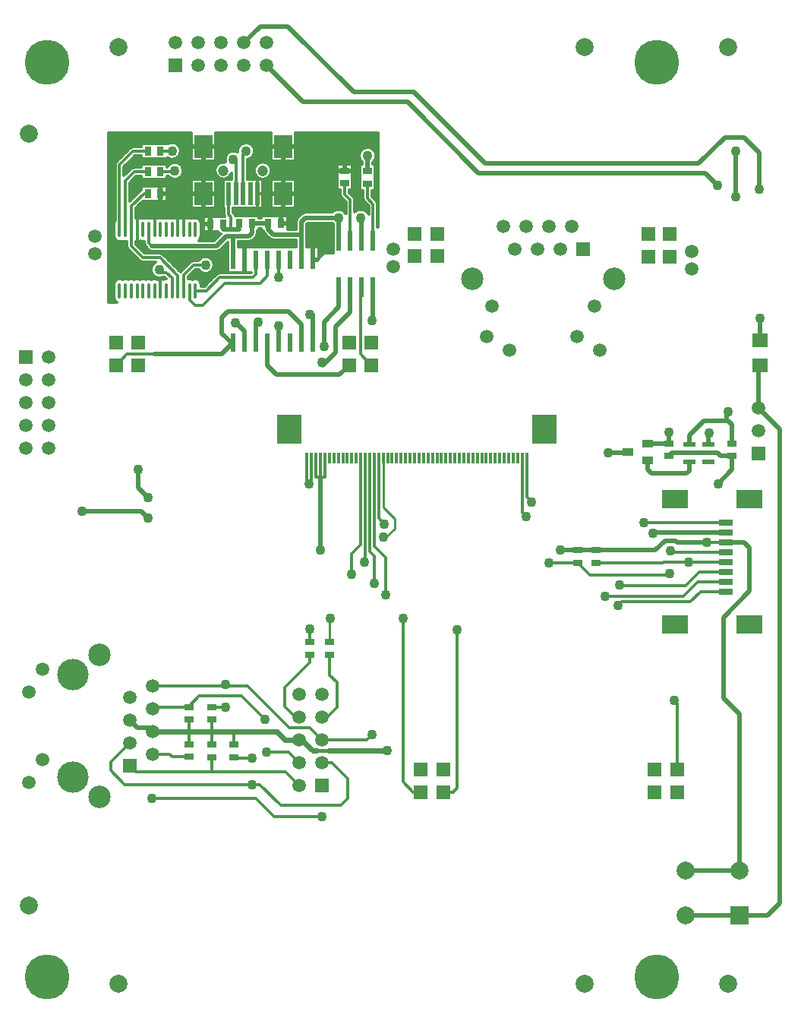
<source format=gbl>
%FSLAX43Y43*%
%MOMM*%
G71*
G01*
G75*
G04 Layer_Physical_Order=2*
%ADD10C,0.300*%
%ADD11C,0.500*%
%ADD12C,0.600*%
%ADD13C,2.000*%
%ADD14C,5.000*%
%ADD15R,1.500X1.500*%
%ADD16C,1.500*%
%ADD17R,2.000X2.000*%
%ADD18C,3.500*%
%ADD19C,2.500*%
%ADD20C,1.200*%
%ADD21C,1.100*%
%ADD22R,2.800X3.200*%
%ADD23R,0.300X1.300*%
%ADD24R,1.600X0.800*%
%ADD25R,3.000X2.000*%
%ADD26R,1.000X0.800*%
%ADD27R,0.500X2.500*%
%ADD28R,2.000X2.500*%
%ADD29R,0.800X1.000*%
%ADD30O,0.350X1.800*%
%ADD31O,0.350X1.800*%
%ADD32R,0.600X2.200*%
%ADD33R,0.600X2.200*%
%ADD34R,0.600X2.150*%
%ADD35R,0.600X2.150*%
%ADD36R,1.800X1.600*%
%ADD37R,1.450X0.550*%
%ADD38R,1.450X0.550*%
%ADD39R,1.300X0.850*%
%ADD40C,0.400*%
%ADD41C,0.250*%
D10*
X36375Y90813D02*
G03*
X36725Y91550I-600J737D01*
G01*
G03*
X35175Y90813I-950J0D01*
G01*
X34343Y86607D02*
G03*
X34196Y86961I-500J0D01*
G01*
X34343Y86607D02*
G03*
X34196Y86961I-500J0D01*
G01*
X32725Y87225D02*
G03*
X32871Y86871I500J0D01*
G01*
X32725Y87225D02*
G03*
X32871Y86871I500J0D01*
G01*
X22375Y91112D02*
G03*
X23175Y92050I-150J938D01*
G01*
G03*
X21278Y91971I-950J0D01*
G01*
G03*
X19909Y90821I-478J-821D01*
G01*
X25025Y89900D02*
G03*
X25025Y89900I-950J0D01*
G01*
X19909Y90821D02*
G03*
X20575Y89596I-234J-921D01*
G01*
X36883Y86167D02*
G03*
X36736Y86521I-500J0D01*
G01*
X36883Y86167D02*
G03*
X36736Y86521I-500J0D01*
G01*
X35275Y86775D02*
G03*
X35421Y86421I500J0D01*
G01*
X35275Y86775D02*
G03*
X35421Y86421I500J0D01*
G01*
X35883Y85059D02*
G03*
X34343Y85311I-858J-409D01*
G01*
X33343Y85134D02*
G03*
X31788Y85250I-818J-484D01*
G01*
Y84050D02*
G03*
X31973Y83877I737J600D01*
G01*
X28825Y85250D02*
G03*
X28401Y85074I0J-600D01*
G01*
X28825Y85250D02*
G03*
X28401Y85074I0J-600D01*
G01*
X27976Y84649D02*
G03*
X27800Y84225I424J-424D01*
G01*
X27976Y84649D02*
G03*
X27800Y84225I424J-424D01*
G01*
X24109Y83150D02*
G03*
X24251Y82926I566J200D01*
G01*
X24109Y83150D02*
G03*
X24251Y82926I566J200D01*
G01*
X21034Y84850D02*
G03*
X20904Y85079I-484J-125D01*
G01*
X21034Y84850D02*
G03*
X20904Y85079I-484J-125D01*
G01*
X19775Y85000D02*
G03*
X19817Y84800I500J0D01*
G01*
X19775Y85000D02*
G03*
X19817Y84800I500J0D01*
G01*
X24826Y82351D02*
G03*
X25250Y82175I424J424D01*
G01*
X24826Y82351D02*
G03*
X25250Y82175I424J424D01*
G01*
X23299Y82476D02*
G03*
X23475Y82900I-424J424D01*
G01*
X23299Y82476D02*
G03*
X23475Y82900I-424J424D01*
G01*
X22575Y82000D02*
G03*
X22999Y82176I0J600D01*
G01*
X22575Y82000D02*
G03*
X22999Y82176I0J600D01*
G01*
X19080Y83100D02*
G03*
X19379Y82803I545J250D01*
G01*
X18925Y80900D02*
G03*
X19349Y81076I0J600D01*
G01*
X18925Y80900D02*
G03*
X19349Y81076I0J600D01*
G01*
X19275Y78500D02*
G03*
X18921Y78354I0J-500D01*
G01*
X19275Y78500D02*
G03*
X18921Y78354I0J-500D01*
G01*
X14925Y92100D02*
G03*
X13425Y92875I-950J0D01*
G01*
Y91325D02*
G03*
X14925Y92100I550J775D01*
G01*
X13560Y89250D02*
G03*
X15225Y89875I715J625D01*
G01*
G03*
X13425Y90299I-950J0D01*
G01*
X9625Y92550D02*
G03*
X9271Y92404I0J-500D01*
G01*
X9625Y92550D02*
G03*
X9271Y92404I0J-500D01*
G01*
X7753Y90885D02*
G03*
X7606Y90531I354J-354D01*
G01*
X7753Y90885D02*
G03*
X7606Y90531I354J-354D01*
G01*
X9750Y90250D02*
G03*
X9396Y90104I0J-500D01*
G01*
X9750Y90250D02*
G03*
X9396Y90104I0J-500D01*
G01*
X16957Y82100D02*
G03*
X17181Y82579I-401J479D01*
G01*
X16231Y84563D02*
G03*
X15581Y84563I-325J-534D01*
G01*
G03*
X14931Y84563I-325J-534D01*
G01*
G03*
X14281Y84563I-325J-534D01*
G01*
G03*
X13631Y84563I-325J-534D01*
G01*
X17181Y84029D02*
G03*
X16231Y84563I-625J0D01*
G01*
X13631D02*
G03*
X12981Y84563I-325J-534D01*
G01*
G03*
X12331Y84563I-325J-534D01*
G01*
G03*
X11681Y84563I-325J-534D01*
G01*
X18650Y79375D02*
G03*
X16892Y79875I-950J0D01*
G01*
Y78875D02*
G03*
X18650Y79375I808J500D01*
G01*
X16350Y79875D02*
G03*
X15996Y79729I0J-500D01*
G01*
X16350Y79875D02*
G03*
X15996Y79729I0J-500D01*
G01*
X17181Y77229D02*
G03*
X16231Y77763I-625J0D01*
G01*
X12954Y80554D02*
G03*
X12600Y80700I-354J-354D01*
G01*
X12954Y80554D02*
G03*
X12600Y80700I-354J-354D01*
G01*
X16231Y77763D02*
G03*
X15756Y77836I-325J-534D01*
G01*
X12126Y79700D02*
G03*
X13062Y78050I424J-850D01*
G01*
X13289Y77854D02*
G03*
X12981Y77763I17J-625D01*
G01*
G03*
X12331Y77763I-325J-534D01*
G01*
X11681Y84563D02*
G03*
X11031Y84563I-325J-534D01*
G01*
G03*
X10381Y84563I-325J-534D01*
G01*
G03*
X9906Y84636I-325J-534D01*
G01*
X10850Y81850D02*
G03*
X10996Y81496I500J0D01*
G01*
X10850Y81850D02*
G03*
X10996Y81496I500J0D01*
G01*
X10381Y82045D02*
G03*
X10850Y81971I325J534D01*
G01*
X11112Y81381D02*
G03*
X11700Y80900I588J119D01*
G01*
X9906Y81972D02*
G03*
X10381Y82045I150J607D01*
G01*
X7606Y84404D02*
G03*
X7481Y84029I500J-375D01*
G01*
X8431Y82045D02*
G03*
X8906Y81972I325J534D01*
G01*
X7481Y82579D02*
G03*
X8431Y82045I625J0D01*
G01*
X8906Y81469D02*
G03*
X9053Y81115I500J0D01*
G01*
X8906Y81469D02*
G03*
X9053Y81115I500J0D01*
G01*
X10321Y79846D02*
G03*
X10675Y79700I354J354D01*
G01*
X10321Y79846D02*
G03*
X10675Y79700I354J354D01*
G01*
X12331Y77763D02*
G03*
X11681Y77763I-325J-534D01*
G01*
G03*
X11031Y77763I-325J-534D01*
G01*
G03*
X10381Y77763I-325J-534D01*
G01*
G03*
X9731Y77763I-325J-534D01*
G01*
G03*
X9081Y77763I-325J-534D01*
G01*
G03*
X8431Y77763I-325J-534D01*
G01*
G03*
X7481Y77229I-325J-534D01*
G01*
Y75779D02*
G03*
X7817Y75225I625J0D01*
G01*
X36597Y92026D02*
Y94075D01*
X36550Y92100D02*
X36975D01*
X36497Y92167D02*
Y94075D01*
X36612Y92000D02*
X36975D01*
X36697Y91778D02*
Y94075D01*
X35798Y92500D02*
X36975D01*
X36200Y92400D02*
X36975D01*
X36358Y92300D02*
X36975D01*
X36468Y92200D02*
X36975D01*
X36713Y91700D02*
X36975D01*
X36724Y91600D02*
X36975D01*
X36724Y91500D02*
X36975D01*
X36713Y91400D02*
X36975D01*
X36658Y91900D02*
X36975D01*
X36692Y91800D02*
X36975D01*
X36691Y91300D02*
X36975D01*
X36658Y91200D02*
X36975D01*
X36297Y92344D02*
Y94075D01*
X36097Y92444D02*
Y94075D01*
X36397Y92268D02*
Y94075D01*
X36197Y92401D02*
Y94075D01*
X35897Y92492D02*
Y94075D01*
X35797Y92500D02*
Y94075D01*
X35997Y92474D02*
Y94075D01*
X35697Y92497D02*
Y94075D01*
X35597Y92483D02*
Y94075D01*
X35497Y92459D02*
Y94075D01*
X35397Y92422D02*
Y94075D01*
X35297Y92371D02*
Y94075D01*
X35197Y92304D02*
Y94075D01*
X35097Y92216D02*
Y94075D01*
X34997Y92096D02*
Y94075D01*
X34897Y91914D02*
Y94075D01*
X36612Y91100D02*
X36975D01*
X36549Y91000D02*
X36975D01*
X36468Y90900D02*
X36975D01*
X36697Y86560D02*
Y91322D01*
X36597Y90600D02*
Y91074D01*
X36375Y90800D02*
X36975D01*
X36375Y90700D02*
X36975D01*
X36625Y90600D02*
X36975D01*
X36625Y90500D02*
X36975D01*
X36625Y90400D02*
X36975D01*
X36625Y90300D02*
X36975D01*
X36625Y90200D02*
X36975D01*
X36375Y90600D02*
X36625D01*
Y90100D02*
X36975D01*
X36625Y90000D02*
X36975D01*
X36497Y90600D02*
Y90933D01*
X36397Y90600D02*
Y90832D01*
X36375Y90600D02*
Y90813D01*
X35097Y90600D02*
Y90884D01*
X34997Y90600D02*
Y91004D01*
X34097Y87060D02*
Y94075D01*
X34297Y86815D02*
Y94075D01*
X34197Y86960D02*
Y94075D01*
X35175Y90600D02*
Y90813D01*
X34925Y90600D02*
X35175D01*
X36625Y89200D02*
Y90600D01*
X34925Y89200D02*
Y90600D01*
X34075Y90600D02*
X34925D01*
X34075Y90500D02*
X34925D01*
X34075Y90400D02*
X34925D01*
X34075Y89250D02*
Y90650D01*
X27675Y94075D02*
X36975D01*
X27675Y94000D02*
X36975D01*
X27675Y93900D02*
X36975D01*
X27675Y93800D02*
X36975D01*
X27675Y93700D02*
X36975D01*
X27675Y93600D02*
X36975D01*
X27675Y93500D02*
X36975D01*
X27675Y93400D02*
X36975D01*
X27675Y93300D02*
X36975D01*
X27675Y93200D02*
X36975D01*
X27675Y93100D02*
X36975D01*
X27675Y93000D02*
X36975D01*
X27675Y92900D02*
X36975D01*
X27675Y92800D02*
X36975D01*
X27675Y92700D02*
X36975D01*
X27675Y92600D02*
X36975D01*
X27675Y92500D02*
X35752D01*
X27675Y92400D02*
X35350D01*
X27675Y92300D02*
X35192D01*
X27675Y92200D02*
X35082D01*
X27675Y92100D02*
X35000D01*
X27675Y92000D02*
X34938D01*
X27675Y91900D02*
X34892D01*
X27675Y91800D02*
X34858D01*
X27675Y91700D02*
X34837D01*
X27675Y91600D02*
X34826D01*
X27675Y91500D02*
X34826D01*
X27675Y91400D02*
X34837D01*
X27675Y91300D02*
X34859D01*
X27675Y91100D02*
X34938D01*
X27675Y91200D02*
X34892D01*
X22375Y90900D02*
X35082D01*
X27675Y91000D02*
X35001D01*
X33997Y90650D02*
Y94075D01*
X33897Y90650D02*
Y94075D01*
X33797Y90650D02*
Y94075D01*
X33697Y90650D02*
Y94075D01*
X33597Y90650D02*
Y94075D01*
X33497Y90650D02*
Y94075D01*
X33397Y90650D02*
Y94075D01*
X33297Y90650D02*
Y94075D01*
X34075Y90300D02*
X34925D01*
X34075Y90200D02*
X34925D01*
X34075Y90100D02*
X34925D01*
X34075Y90000D02*
X34925D01*
X24380Y90800D02*
X35175D01*
X24588Y90700D02*
X35175D01*
X32375Y90650D02*
X34075D01*
X33197D02*
Y94075D01*
X33097Y90650D02*
Y94075D01*
X32997Y90650D02*
Y94075D01*
X32897Y90650D02*
Y94075D01*
X32797Y90650D02*
Y94075D01*
X32697Y90650D02*
Y94075D01*
X32597Y90650D02*
Y94075D01*
X32497Y90650D02*
Y94075D01*
X32397Y90650D02*
Y94075D01*
X24976Y90200D02*
X32375D01*
X25004Y90100D02*
X32375D01*
Y89250D02*
Y90650D01*
X24718Y90600D02*
X32375D01*
X24812Y90500D02*
X32375D01*
X24883Y90400D02*
X32375D01*
X24937Y90300D02*
X32375D01*
X36625Y89900D02*
X36975D01*
X36625Y89800D02*
X36975D01*
X36625Y89700D02*
X36975D01*
X36625Y89600D02*
X36975D01*
X36625Y89500D02*
X36975D01*
X36625Y89400D02*
X36975D01*
X36625Y89300D02*
X36975D01*
X36625Y89100D02*
X36975D01*
X36625Y89000D02*
X36975D01*
X36625Y88900D02*
X36975D01*
X36625Y88800D02*
X36975D01*
X36625Y88700D02*
X36975D01*
X36625Y88600D02*
X36975D01*
X36625Y88500D02*
X36975D01*
X36625Y88400D02*
X36975D01*
X36625Y88300D02*
X36975D01*
X36625Y88200D02*
X36975D01*
X34075Y89900D02*
X34925D01*
X34075Y89800D02*
X34925D01*
X34075Y89700D02*
X34925D01*
X34075Y89600D02*
X34925D01*
X34075Y89500D02*
X34925D01*
X34075Y89400D02*
X34925D01*
X34075Y89300D02*
X34925D01*
X34075Y87750D02*
Y89150D01*
X36625Y88100D02*
X36975D01*
X36625Y88000D02*
X36975D01*
X36625Y87900D02*
X36975D01*
X36625Y87800D02*
X36975D01*
X34075Y89100D02*
X34925D01*
X34075Y89000D02*
X34925D01*
X34075Y88900D02*
X34925D01*
X34075Y88800D02*
X34925D01*
X36275Y87700D02*
X36975D01*
X36625Y87700D02*
Y89100D01*
X36275Y87600D02*
X36975D01*
X36275Y87700D02*
X36625D01*
X36275Y87500D02*
X36975D01*
X36275Y87400D02*
X36975D01*
X36275Y87300D02*
X36975D01*
X36275Y87200D02*
X36975D01*
X36457Y86800D02*
X36975D01*
X36557Y86700D02*
X36975D01*
X36657Y86600D02*
X36975D01*
X36756Y86500D02*
X36975D01*
X36275Y87100D02*
X36975D01*
X36275Y87000D02*
X36975D01*
X36357Y86900D02*
X36975D01*
X36275Y86982D02*
X36736Y86521D01*
X36397Y86860D02*
Y87700D01*
X36297Y86960D02*
Y87700D01*
X36597Y86660D02*
Y87700D01*
X36497Y86760D02*
Y87700D01*
X34925D02*
X35275D01*
X34925D02*
Y89100D01*
X36275Y86982D02*
Y87700D01*
X35275Y86775D02*
Y87700D01*
X34304Y86800D02*
X35275D01*
X34334Y86700D02*
X35281D01*
X34343Y86500D02*
X35358D01*
X34343Y86600D02*
X35307D01*
X34157Y87000D02*
X35275D01*
X34248Y86900D02*
X35275D01*
X25020Y90000D02*
X32375D01*
X34075Y88700D02*
X34925D01*
X34075Y88600D02*
X34925D01*
X25025Y89900D02*
X32375D01*
X25020Y89800D02*
X32375D01*
X25004Y89700D02*
X32375D01*
X24976Y89600D02*
X32375D01*
X34075Y88500D02*
X34925D01*
X34075Y88400D02*
X34925D01*
X34075Y88300D02*
X34925D01*
X34075Y88200D02*
X34925D01*
X34075Y88100D02*
X34925D01*
X34075Y88000D02*
X34925D01*
X34075Y87900D02*
X34925D01*
X34075Y87800D02*
X34925D01*
X24937Y89500D02*
X32375D01*
X27675Y88900D02*
X32375D01*
X27675Y88800D02*
X32375D01*
X27675Y88700D02*
X32375D01*
X24883Y89400D02*
X32375D01*
X24811Y89300D02*
X32375D01*
X24587Y89100D02*
X32375D01*
X24378Y89000D02*
X32375D01*
X27675Y88600D02*
X32375D01*
X27675Y88500D02*
X32375D01*
X27675Y88400D02*
X32375D01*
X27675Y88300D02*
X32375D01*
X27675Y88200D02*
X32375D01*
X27675Y88100D02*
X32375D01*
X27675Y88000D02*
X32375D01*
X27675Y87900D02*
X32375D01*
X33725Y87700D02*
X35275D01*
X33797Y87360D02*
Y87750D01*
X33997Y87160D02*
Y87750D01*
X33897Y87260D02*
Y87750D01*
X33725Y87600D02*
X35275D01*
X33725Y87750D02*
X34075D01*
X33725Y87500D02*
X35275D01*
X33725Y87432D02*
Y87750D01*
X33757Y87400D02*
X35275D01*
X33857Y87300D02*
X35275D01*
X33957Y87200D02*
X35275D01*
X34057Y87100D02*
X35275D01*
X33725Y87432D02*
X34196Y86961D01*
X27675Y86700D02*
X33043D01*
X27675Y86500D02*
X33243D01*
X27675Y86600D02*
X33143D01*
X32375Y87750D02*
X32725D01*
X32375D02*
Y89150D01*
X32725Y87225D02*
Y87750D01*
X27675Y87800D02*
X32375D01*
X27675Y87700D02*
X32725D01*
X27675Y87600D02*
X32725D01*
X27675Y87500D02*
X32725D01*
X27675Y87400D02*
X32725D01*
X27675Y87300D02*
X32725D01*
X27675Y87200D02*
X32726D01*
X27675Y87000D02*
X32779D01*
X27675Y87100D02*
X32741D01*
X27675Y86800D02*
X32943D01*
X27675Y86900D02*
X32845D01*
X23000Y92600D02*
X24975D01*
X23062Y92500D02*
X24975D01*
X23108Y92400D02*
X24975D01*
X22248Y93000D02*
X24975D01*
X22650Y92900D02*
X24975D01*
X22808Y92800D02*
X24975D01*
X22918Y92700D02*
X24975D01*
X23142Y92300D02*
X24975D01*
X23163Y92200D02*
X24975D01*
X23174Y92100D02*
X24975D01*
X23174Y92000D02*
X24975D01*
X23163Y91900D02*
X24975D01*
X23141Y91800D02*
X24975D01*
X23108Y91700D02*
X24975D01*
X23062Y91600D02*
X24975D01*
X22897Y92721D02*
Y94075D01*
X22797Y92808D02*
Y94075D01*
X23097Y92426D02*
Y94075D01*
X22997Y92603D02*
Y94075D01*
X22597Y92924D02*
Y94075D01*
X22497Y92960D02*
Y94075D01*
X22697Y92874D02*
Y94075D01*
X22397Y92984D02*
Y94075D01*
X22999Y91500D02*
X24975D01*
X22297Y92997D02*
Y94075D01*
X22918Y91400D02*
X24975D01*
X22808Y91300D02*
X24975D01*
X22197Y93000D02*
Y94075D01*
X22097Y92991D02*
Y94075D01*
X21997Y92972D02*
Y94075D01*
X21897Y92942D02*
Y94075D01*
X27675Y90992D02*
Y94075D01*
X24975Y90992D02*
Y94075D01*
X24897Y90376D02*
Y94075D01*
X24797Y90517D02*
Y94075D01*
X24497Y90751D02*
Y94075D01*
X24397Y90794D02*
Y94075D01*
X24697Y90618D02*
Y94075D01*
X24597Y90694D02*
Y94075D01*
X24197Y90842D02*
Y94075D01*
X24297Y90824D02*
Y94075D01*
X24097Y90850D02*
Y94075D01*
X22649Y91200D02*
X24975D01*
X22375Y91100D02*
X24975D01*
X23997Y90847D02*
Y94075D01*
X23897Y90833D02*
Y94075D01*
X23797Y90809D02*
Y94075D01*
X23697Y90772D02*
Y94075D01*
X23597Y90721D02*
Y94075D01*
X23497Y90654D02*
Y94075D01*
X23397Y90566D02*
Y94075D01*
X23297Y90446D02*
Y94075D01*
X23197Y90264D02*
Y94075D01*
X23097Y88920D02*
Y91674D01*
X22997Y88920D02*
Y91497D01*
X22897Y88920D02*
Y91379D01*
X22797Y88920D02*
Y91292D01*
X22697Y88920D02*
Y91226D01*
X22597Y88920D02*
Y91176D01*
X22497Y88920D02*
Y91140D01*
X22375Y88920D02*
Y91112D01*
X18775Y94075D02*
X24975D01*
X18775Y94000D02*
X24975D01*
X21797Y92898D02*
Y94075D01*
X21697Y92840D02*
Y94075D01*
X21597Y92763D02*
Y94075D01*
X18775Y93900D02*
X24975D01*
X18775Y93800D02*
X24975D01*
X18775Y93700D02*
X24975D01*
X18775Y93600D02*
X24975D01*
X18775Y93500D02*
X24975D01*
X18775Y93400D02*
X24975D01*
X18775Y93300D02*
X24975D01*
X18775Y93200D02*
X24975D01*
X18775Y93100D02*
X24975D01*
X18775Y93000D02*
X22202D01*
X18775Y92900D02*
X21800D01*
X18775Y92800D02*
X21642D01*
X21497Y92661D02*
Y94075D01*
X21397Y92516D02*
Y94075D01*
X21297Y92255D02*
Y94075D01*
X20997Y92079D02*
Y94075D01*
X20897Y92095D02*
Y94075D01*
X20797Y92100D02*
Y94075D01*
X20697Y92094D02*
Y94075D01*
X20597Y92078D02*
Y94075D01*
X18775Y92700D02*
X21532D01*
X18775Y92600D02*
X21450D01*
X18775Y92500D02*
X21388D01*
X20823Y92100D02*
X21276D01*
X18775Y92400D02*
X21342D01*
X18775Y92300D02*
X21308D01*
X18775Y92200D02*
X21287D01*
X18775Y92100D02*
X20777D01*
X21197Y92013D02*
Y94075D01*
X21097Y92052D02*
Y94075D01*
X20497Y92050D02*
Y94075D01*
X20397Y92010D02*
Y94075D01*
X20297Y91956D02*
Y94075D01*
X20197Y91884D02*
Y94075D01*
X20097Y91789D02*
Y94075D01*
X19997Y91658D02*
Y94075D01*
X18775Y92000D02*
X20375D01*
X18775Y91900D02*
X20217D01*
X18775Y91800D02*
X20107D01*
X18775Y91700D02*
X20025D01*
X18775Y91600D02*
X19963D01*
X18775Y91500D02*
X19917D01*
X19897Y91446D02*
Y94075D01*
X19797Y90842D02*
Y94075D01*
X19697Y90850D02*
Y94075D01*
X19597Y90847D02*
Y94075D01*
X19497Y90833D02*
Y94075D01*
X19397Y90809D02*
Y94075D01*
X19297Y90772D02*
Y94075D01*
X19197Y90721D02*
Y94075D01*
X19097Y90654D02*
Y94075D01*
X18775Y90992D02*
Y94075D01*
X18997Y90566D02*
Y94075D01*
X18897Y90446D02*
Y94075D01*
X18775Y91400D02*
X19883D01*
X18775Y91300D02*
X19862D01*
X18775Y91200D02*
X19851D01*
X18797Y90264D02*
Y94075D01*
X27597Y88920D02*
Y90992D01*
X27497Y88920D02*
Y90992D01*
X27397Y88920D02*
Y90992D01*
X27297Y88920D02*
Y90992D01*
X27197Y88920D02*
Y90992D01*
X24975D02*
X27675D01*
X27097Y88920D02*
Y90992D01*
X26997Y88920D02*
Y90992D01*
X26897Y88920D02*
Y90992D01*
X26797Y88920D02*
Y90992D01*
X26697Y88920D02*
Y90992D01*
X26597Y88920D02*
Y90992D01*
X26497Y88920D02*
Y90992D01*
X26397Y88920D02*
Y90992D01*
X26297Y88920D02*
Y90992D01*
X24975Y88920D02*
X27675D01*
X26197D02*
Y90992D01*
X26097Y88920D02*
Y90992D01*
X25997Y88920D02*
Y90992D01*
X25897Y88920D02*
Y90992D01*
X25797Y88920D02*
Y90992D01*
X25697Y88920D02*
Y90992D01*
X25597Y88920D02*
Y90992D01*
X25497Y88920D02*
Y90992D01*
X25397Y88920D02*
Y90992D01*
X25297Y88920D02*
Y90992D01*
X24997Y90128D02*
Y90992D01*
X25197Y88920D02*
Y90992D01*
X25097Y88920D02*
Y90992D01*
X24997Y88920D02*
Y89672D01*
X24075Y88900D02*
X24975D01*
X23697Y88900D02*
Y89028D01*
X23597Y88900D02*
Y89079D01*
X24075Y88800D02*
X24975D01*
X24075Y88700D02*
X24975D01*
X24075Y88600D02*
X24975D01*
X24075Y88500D02*
X24975D01*
X24075Y88400D02*
X24975D01*
X24075Y88300D02*
X24975D01*
X24075Y88200D02*
X24975D01*
X24075Y88100D02*
X24975D01*
X24075Y88000D02*
X24975D01*
X24075Y87900D02*
X24975D01*
X24075Y87800D02*
X24975D01*
X24075Y87700D02*
X24975D01*
X24075Y87600D02*
X24975D01*
X24075Y87500D02*
X24975D01*
X23497Y88900D02*
Y89146D01*
X24075Y87400D02*
X24975D01*
X24075Y87300D02*
X24975D01*
X23397Y88900D02*
Y89234D01*
X23297Y88900D02*
Y89354D01*
X23475Y87300D02*
X23925D01*
X23475D02*
Y88750D01*
X24075Y87200D02*
X24975D01*
X24075Y87100D02*
X24975D01*
X24075Y87000D02*
X24975D01*
X24075Y86900D02*
X24975D01*
X24075Y86800D02*
X24975D01*
X24075Y86700D02*
X24975D01*
X24075Y86600D02*
X24975D01*
X24075Y86500D02*
X24975D01*
X22375Y91000D02*
X24975D01*
X22375Y90800D02*
X23770D01*
X22375Y90700D02*
X23562D01*
X22375Y90600D02*
X23432D01*
X22375Y90500D02*
X23338D01*
X22375Y90400D02*
X23267D01*
X22375Y90300D02*
X23213D01*
X22375Y90200D02*
X23174D01*
X22375Y89400D02*
X23267D01*
X22375Y89500D02*
X23213D01*
X22475Y88920D02*
X23275D01*
X23197D02*
Y89536D01*
X22375Y89200D02*
X23433D01*
X22375Y89300D02*
X23339D01*
X22375Y89000D02*
X23772D01*
X22375Y89100D02*
X23563D01*
X22375Y90100D02*
X23146D01*
X22375Y90000D02*
X23130D01*
X22375Y89900D02*
X23125D01*
X22375Y89800D02*
X23130D01*
X18775Y91100D02*
X19851D01*
X18775Y91000D02*
X19862D01*
X22375Y89700D02*
X23146D01*
X22375Y89600D02*
X23174D01*
X20411Y89300D02*
X20575D01*
X20317Y89200D02*
X20575D01*
Y88920D02*
Y89596D01*
X20397Y88920D02*
Y89283D01*
X20187Y89100D02*
X20575D01*
X19978Y89000D02*
X20575D01*
X20297Y88920D02*
Y89182D01*
X20197Y88920D02*
Y89106D01*
X19675Y88920D02*
X20475D01*
X20097D02*
Y89049D01*
X23275Y88900D02*
X24075D01*
X18775Y88900D02*
X19675D01*
X18775Y88800D02*
X19675D01*
X18775Y88700D02*
X19675D01*
X18775Y88600D02*
X19675D01*
X18775Y88500D02*
X19675D01*
X18775Y88400D02*
X19675D01*
X18775Y88300D02*
X19675D01*
X18775Y88200D02*
X19675D01*
X18775Y88100D02*
X19675D01*
X18775Y88000D02*
X19675D01*
X18775Y87900D02*
X19675D01*
X18775Y87800D02*
X19675D01*
X18775Y87700D02*
X19675D01*
X18775Y87600D02*
X19675D01*
X18775Y87500D02*
X19675D01*
X18775Y87400D02*
X19675D01*
X18697Y88920D02*
Y90992D01*
X18597Y88920D02*
Y90992D01*
X18775Y87300D02*
X19675D01*
X18497Y88920D02*
Y90992D01*
X18775Y87200D02*
X19675D01*
X18775Y87100D02*
X19675D01*
X18775Y87000D02*
X19675D01*
X18775Y86900D02*
X19675D01*
X18775Y86800D02*
X19675D01*
X18775Y86700D02*
X19675D01*
X18775Y86600D02*
X19675D01*
X18775Y86500D02*
X19675D01*
X36825Y86400D02*
X36975D01*
X36865Y86300D02*
X36975D01*
X36797Y86447D02*
Y94075D01*
X35421Y86421D02*
X35883Y85960D01*
X34343Y86400D02*
X35443D01*
X34343Y86200D02*
X35643D01*
X34343Y86300D02*
X35543D01*
X35047Y85600D02*
X35883D01*
X34343Y86100D02*
X35743D01*
X34343Y86000D02*
X35843D01*
X34343Y85900D02*
X35883D01*
X34343Y85800D02*
X35883D01*
X34343Y85700D02*
X35883D01*
X35197Y85584D02*
Y87700D01*
X35097Y85597D02*
Y87700D01*
X34997Y85600D02*
Y87700D01*
X34897Y85591D02*
Y91186D01*
X32697Y85584D02*
Y87750D01*
X32597Y85597D02*
Y87750D01*
X34797Y85572D02*
Y94075D01*
X34697Y85542D02*
Y94075D01*
X35397Y85524D02*
Y86447D01*
X34343Y85600D02*
X35003D01*
X35297Y85560D02*
Y86627D01*
X32897Y85524D02*
Y86846D01*
X32871Y86871D02*
X33343Y86400D01*
X32547Y85600D02*
X33343D01*
X32497Y85600D02*
Y87750D01*
X32397Y85591D02*
Y87750D01*
X35597Y85408D02*
Y86246D01*
X35697Y85321D02*
Y86146D01*
X35497Y85474D02*
Y86346D01*
X36975Y83561D02*
Y94075D01*
X36883Y83561D02*
Y86167D01*
X34597Y85498D02*
Y94075D01*
X34497Y85440D02*
Y94075D01*
X34397Y85363D02*
Y94075D01*
X34343Y85311D02*
Y86607D01*
X35608Y85400D02*
X35883D01*
X35718Y85300D02*
X35883D01*
Y85059D02*
Y85960D01*
X35797Y85203D02*
Y86046D01*
X35450Y85500D02*
X35883D01*
X34343D02*
X34600D01*
X32950D02*
X33343D01*
X32797Y85560D02*
Y86966D01*
X32297Y85572D02*
Y94075D01*
X32197Y85542D02*
Y94075D01*
X32097Y85498D02*
Y94075D01*
X31997Y85440D02*
Y94075D01*
X31897Y85363D02*
Y94075D01*
X31797Y85261D02*
Y94075D01*
X31697Y85250D02*
Y94075D01*
X33218Y85300D02*
X33343D01*
X33197Y85321D02*
Y86546D01*
X33343Y85134D02*
Y86400D01*
X33297Y85203D02*
Y86446D01*
X33097Y85408D02*
Y86646D01*
X32997Y85474D02*
Y86746D01*
X33108Y85400D02*
X33343D01*
X31597Y85250D02*
Y94075D01*
X31497Y85250D02*
Y94075D01*
X31397Y85250D02*
Y94075D01*
X31297Y85250D02*
Y94075D01*
X31197Y85250D02*
Y94075D01*
X27675Y86400D02*
X33343D01*
X27675Y86300D02*
X33343D01*
X27675Y86200D02*
X33343D01*
X27675Y86100D02*
X33343D01*
X27675Y86000D02*
X33343D01*
X27675Y85900D02*
X33343D01*
X27675Y85800D02*
X33343D01*
X20775Y85700D02*
X33343D01*
X20775Y85600D02*
X32503D01*
X20775Y85500D02*
X32100D01*
X20775Y85400D02*
X31942D01*
X20775Y85300D02*
X31832D01*
X31097Y85250D02*
Y94075D01*
X30997Y85250D02*
Y94075D01*
X30897Y85250D02*
Y94075D01*
X30797Y85250D02*
Y94075D01*
X30697Y85250D02*
Y94075D01*
X30597Y85250D02*
Y94075D01*
X30497Y85250D02*
Y94075D01*
X30397Y85250D02*
Y94075D01*
X30297Y85250D02*
Y94075D01*
X30197Y85250D02*
Y94075D01*
X30097Y85250D02*
Y94075D01*
X29997Y85250D02*
Y94075D01*
X27675Y85720D02*
Y88920D01*
X24975Y85720D02*
X27675D01*
X29897Y85250D02*
Y94075D01*
X29797Y85250D02*
Y94075D01*
X29697Y85250D02*
Y94075D01*
X29597Y85250D02*
Y94075D01*
X29497Y85250D02*
Y94075D01*
X29397Y85250D02*
Y94075D01*
X29297Y85250D02*
Y94075D01*
X29197Y85250D02*
Y94075D01*
X29097Y85250D02*
Y94075D01*
X28997Y85250D02*
Y94075D01*
X28825Y85250D02*
X31788D01*
X28897D02*
Y94075D01*
X28797Y85249D02*
Y94075D01*
X28697Y85236D02*
Y94075D01*
X28597Y85205D02*
Y94075D01*
X28497Y85153D02*
Y94075D01*
X28397Y85071D02*
Y94075D01*
X28297Y84971D02*
Y94075D01*
X28197Y84871D02*
Y94075D01*
X28097Y84771D02*
Y94075D01*
X27997Y84671D02*
Y94075D01*
X27897Y84553D02*
Y94075D01*
X27797Y83375D02*
Y94075D01*
X27697Y83375D02*
Y94075D01*
X27597Y83375D02*
Y85720D01*
X27497Y83375D02*
Y85720D01*
X27397Y83375D02*
Y85720D01*
X27297Y83375D02*
Y85720D01*
X27197Y83375D02*
Y85720D01*
X27097Y83375D02*
Y85720D01*
X26797Y84850D02*
Y85720D01*
X26697Y84850D02*
Y85720D01*
X26997Y83375D02*
Y85720D01*
X26897Y83375D02*
Y85720D01*
X29000Y83900D02*
X31942D01*
X29023Y84000D02*
X31832D01*
X29000Y83800D02*
X31973D01*
Y83561D02*
Y83877D01*
X29000Y83700D02*
X31973D01*
X29000Y83600D02*
X31973D01*
X29000Y83500D02*
X31923D01*
X29000Y83400D02*
X31923D01*
X29000Y83300D02*
X31923D01*
X29000Y83200D02*
X31923D01*
X30320Y81400D02*
X31923D01*
X30320Y81300D02*
X31923D01*
X29000Y83100D02*
X31923D01*
X29000Y83000D02*
X31923D01*
X29000Y82900D02*
X31923D01*
X29000Y82800D02*
X31923D01*
X30297Y81400D02*
Y84050D01*
X30197Y81400D02*
Y84050D01*
X30097Y81400D02*
Y84050D01*
X29997Y81400D02*
Y84050D01*
X29074D02*
X31788D01*
X29897Y81400D02*
Y84050D01*
X29797Y81400D02*
Y84050D01*
X29697Y81400D02*
Y84050D01*
X29597Y81400D02*
Y84050D01*
X29497Y81400D02*
Y84050D01*
X29397Y81400D02*
Y84050D01*
X29297Y81400D02*
Y84050D01*
X29000Y83976D02*
X29074Y84050D01*
X29000Y82775D02*
Y83976D01*
X29197Y81400D02*
Y84050D01*
X29097Y81400D02*
Y84050D01*
X31797Y80750D02*
Y84039D01*
X31697Y80750D02*
Y84050D01*
X31597Y80750D02*
Y84050D01*
X31497Y80750D02*
Y84050D01*
X31397Y80750D02*
Y84050D01*
X31297Y80750D02*
Y84050D01*
X31197Y80750D02*
Y84050D01*
X31097Y80750D02*
Y84050D01*
X30320Y81200D02*
X31923D01*
X31897Y80750D02*
Y83937D01*
X31923Y80750D02*
Y83561D01*
X30950Y80750D02*
X31923D01*
X30320Y81100D02*
X31923D01*
X30320Y81000D02*
X31923D01*
X30320Y80900D02*
X31923D01*
X30320Y80800D02*
X31923D01*
X30997Y80750D02*
Y84050D01*
X30897Y80697D02*
Y84050D01*
X30797Y80597D02*
Y84050D01*
X30697Y80497D02*
Y84050D01*
X30597Y80397D02*
Y84050D01*
X30497Y80297D02*
Y84050D01*
X30397Y80197D02*
Y84050D01*
X30320Y80120D02*
Y81400D01*
Y80700D02*
X30900D01*
X30320Y80600D02*
X30800D01*
X30320Y80120D02*
X30950Y80750D01*
X30320Y80500D02*
X30700D01*
X30320Y80400D02*
X30600D01*
X30320Y80300D02*
X30500D01*
X26825Y84800D02*
X28126D01*
X27976Y84649D02*
X28401Y85074D01*
X26825Y84700D02*
X28026D01*
X20782Y85200D02*
X28585D01*
X20882Y85100D02*
X28428D01*
X20968Y85000D02*
X28326D01*
X21018Y84900D02*
X28226D01*
X29000Y82700D02*
X31923D01*
X29000Y82600D02*
X31923D01*
X29000Y82500D02*
X31923D01*
X29000Y82400D02*
X31923D01*
X26825Y84600D02*
X27931D01*
X26825Y84500D02*
X27867D01*
X26825Y84400D02*
X27826D01*
X26825Y84300D02*
X27805D01*
X27800Y83375D02*
Y84225D01*
X26825Y83375D02*
Y84850D01*
Y84200D02*
X27800D01*
X25425Y84850D02*
X26825D01*
Y84100D02*
X27800D01*
X26825Y84000D02*
X27800D01*
X26825Y83900D02*
X27800D01*
X26825Y83800D02*
X27800D01*
X26825Y83700D02*
X27800D01*
X26825Y83600D02*
X27800D01*
X26825Y83500D02*
X27800D01*
X26825Y83400D02*
X27800D01*
X26825Y83375D02*
X27800D01*
X29000Y82300D02*
X31923D01*
X29000Y82200D02*
X31923D01*
X29000Y82100D02*
X31923D01*
X29000Y81400D02*
Y82775D01*
X25250Y82175D02*
X27800D01*
X22906Y82100D02*
X27800D01*
X29000Y82000D02*
X31923D01*
X21380D02*
X27800D01*
X29000Y81900D02*
X31923D01*
X29000Y81800D02*
X31923D01*
X29000Y81700D02*
X31923D01*
X29000Y81600D02*
X31923D01*
X21380Y81900D02*
X27800D01*
X21380Y81800D02*
X27800D01*
X29000Y81500D02*
X31923D01*
X29020Y81400D02*
X30320D01*
X27800Y81400D02*
Y82175D01*
X27697Y81400D02*
Y82175D01*
X27597Y81400D02*
Y82175D01*
X27497Y81400D02*
Y82175D01*
X27397Y81400D02*
Y82175D01*
X27297Y81400D02*
Y82175D01*
X27197Y81400D02*
Y82175D01*
X27097Y81400D02*
Y82175D01*
X26997Y81400D02*
Y82175D01*
X26897Y81400D02*
Y82175D01*
X26797Y81400D02*
Y82175D01*
X26697Y81400D02*
Y82175D01*
X21380Y81700D02*
X27800D01*
X21380Y81600D02*
X27800D01*
X21380Y81500D02*
X27800D01*
X26510Y81400D02*
X27750D01*
X26597Y84850D02*
Y85720D01*
X26497Y84850D02*
Y85720D01*
X26397Y84850D02*
Y85720D01*
X26297Y84850D02*
Y85720D01*
X26197Y84850D02*
Y85720D01*
X24075Y86400D02*
X24975D01*
X26097Y84850D02*
Y85720D01*
X25997Y84850D02*
Y85720D01*
X25897Y84850D02*
Y85720D01*
X25797Y84850D02*
Y85720D01*
X25697Y84850D02*
Y85720D01*
X25597Y84850D02*
Y85720D01*
X25497Y84850D02*
Y85720D01*
X25297Y84850D02*
Y85720D01*
X25197Y84850D02*
Y85720D01*
X25097Y84850D02*
Y85720D01*
X24975D02*
Y88920D01*
X24897Y84850D02*
Y89424D01*
X24797Y84850D02*
Y89283D01*
X24697Y84850D02*
Y89182D01*
X24597Y84850D02*
Y89106D01*
X24075Y85700D02*
Y88900D01*
X24497Y84850D02*
Y89049D01*
X24397Y84850D02*
Y89006D01*
X24075Y86300D02*
X24975D01*
X24075Y86200D02*
X24975D01*
X24075Y86100D02*
X24975D01*
X24997Y84850D02*
Y85720D01*
X24075Y86000D02*
X24975D01*
X24075Y85900D02*
X24975D01*
X24075Y85800D02*
X24975D01*
X23475Y85850D02*
Y87300D01*
X24297Y84850D02*
Y88976D01*
X24197Y84850D02*
Y88958D01*
X24097Y84850D02*
Y88950D01*
X23925Y84850D02*
X25325D01*
X23997D02*
Y85700D01*
X23625Y84800D02*
X23925D01*
Y84600D02*
Y84850D01*
Y83150D02*
X24109D01*
X24097Y81400D02*
Y83150D01*
X23625Y84700D02*
X23925D01*
X23625Y84600D02*
X23925D01*
X23625Y83400D02*
X23925D01*
X23625Y83400D02*
X23925D01*
X23897Y84600D02*
Y85700D01*
X23797Y84600D02*
Y85700D01*
X23925Y83150D02*
Y83400D01*
X23897Y81400D02*
Y83400D01*
X23597Y84850D02*
Y85700D01*
X23497Y84850D02*
Y85700D01*
X23697Y84600D02*
Y85700D01*
X23625Y84600D02*
Y84850D01*
X23997Y81400D02*
Y83150D01*
X23625D02*
Y83400D01*
X23797Y81400D02*
Y83400D01*
X23697Y81400D02*
Y83400D01*
X23625Y83300D02*
X23925D01*
X23625Y83200D02*
X23925D01*
X23475Y83150D02*
X23625D01*
X23597Y81400D02*
Y83150D01*
X23397Y84850D02*
Y85700D01*
X23297Y84850D02*
Y85700D01*
X23197Y84850D02*
Y85700D01*
X23097Y84850D02*
Y85700D01*
X22997Y84850D02*
Y85700D01*
X22875D02*
X24075D01*
X22475Y85720D02*
X22875D01*
X22897Y84850D02*
Y85700D01*
X22797Y84850D02*
Y85720D01*
X22697Y84850D02*
Y85720D01*
X22597Y84850D02*
Y85720D01*
X22497Y84850D02*
Y85720D01*
X22397Y84850D02*
Y85720D01*
X22075D02*
X22475D01*
X22075D02*
X22475D01*
X21675D02*
X22075D01*
X21275D02*
X21675D01*
X18775Y86400D02*
X19675D01*
X18775Y86300D02*
X19675D01*
Y85720D02*
Y88920D01*
X18775Y85720D02*
Y88920D01*
Y86200D02*
X19675D01*
X18775Y86100D02*
X19675D01*
X18775Y86000D02*
X19675D01*
X18775Y85900D02*
X19675D01*
X21275Y85720D02*
X21675D01*
X20875D02*
X21275D01*
X20997Y84948D02*
Y85720D01*
X20897Y85085D02*
Y85720D01*
X20775Y85207D02*
Y85720D01*
X18775Y85800D02*
X19675D01*
X20775Y85207D02*
X20904Y85079D01*
X19775Y85000D02*
Y85720D01*
X22297Y84850D02*
Y85720D01*
X22097Y84850D02*
Y85720D01*
X21997Y84850D02*
Y85720D01*
X21897Y84850D02*
Y85720D01*
X21797Y84850D02*
Y85720D01*
X21697Y84850D02*
Y85720D01*
X21597Y84850D02*
Y85720D01*
X21497Y84850D02*
Y85720D01*
X22225Y84850D02*
X23625D01*
X21397D02*
Y85720D01*
X23475Y82900D02*
Y83150D01*
X23497Y81400D02*
Y83150D01*
X21297Y84850D02*
Y85720D01*
X21197Y84850D02*
Y85720D01*
X21034Y84850D02*
X22125D01*
X21097D02*
Y85720D01*
X19597Y84800D02*
Y88953D01*
X19497Y84800D02*
Y88967D01*
X19397Y84800D02*
Y88991D01*
X19297Y84800D02*
Y89028D01*
X19197Y84800D02*
Y89079D01*
X19097Y84800D02*
Y89146D01*
X18997Y84800D02*
Y89234D01*
X18797Y84800D02*
Y89536D01*
X18975Y84800D02*
X19817D01*
X18697D02*
Y85720D01*
X18597Y84800D02*
Y85720D01*
X18497Y84800D02*
Y85720D01*
X26597Y81400D02*
Y82175D01*
X26397Y81400D02*
Y82175D01*
X26297Y81400D02*
Y82175D01*
X26197Y81400D02*
Y82175D01*
X26097Y81400D02*
Y82175D01*
X25997Y81400D02*
Y82175D01*
X25897Y81400D02*
Y82175D01*
X25797Y81400D02*
Y82175D01*
X25697Y81400D02*
Y82175D01*
X25597Y81400D02*
Y82175D01*
X25497Y81400D02*
Y82175D01*
X25397Y81400D02*
Y82175D01*
X25297Y81400D02*
Y82175D01*
X25240Y81400D02*
X26480D01*
X25197D02*
Y82177D01*
X23475Y83000D02*
X24188D01*
X23475Y83100D02*
X24130D01*
X24251Y82926D02*
X24826Y82351D01*
X23475Y82900D02*
X24277D01*
X23441Y82700D02*
X24477D01*
X23467Y82800D02*
X24377D01*
X23322Y82500D02*
X24677D01*
X23394Y82600D02*
X24577D01*
X23123Y82300D02*
X24884D01*
X23223Y82400D02*
X24777D01*
X23023Y82200D02*
X25079D01*
X22999Y82176D02*
X23299Y82476D01*
X24697Y81400D02*
Y82479D01*
X24597Y81400D02*
Y82579D01*
X24497Y81400D02*
Y82679D01*
X24397Y81400D02*
Y82779D01*
X24297Y81400D02*
Y82879D01*
X24197Y81400D02*
Y82987D01*
X23397Y81400D02*
Y82605D01*
X23297Y81400D02*
Y82474D01*
X25097Y81400D02*
Y82195D01*
X24997Y81400D02*
Y82231D01*
X24897Y81400D02*
Y82290D01*
X24797Y81400D02*
Y82379D01*
X23970Y81400D02*
X25210D01*
X23197D02*
Y82374D01*
X22700Y81400D02*
X23940D01*
X23097D02*
Y82274D01*
X22997Y81400D02*
Y82174D01*
X22897Y81400D02*
Y82094D01*
X22797Y81400D02*
Y82043D01*
X22597Y81400D02*
Y82000D01*
X22497Y81400D02*
Y82000D01*
X22397Y81400D02*
Y82000D01*
X22297Y81400D02*
Y82000D01*
X22197Y81400D02*
Y82000D01*
X22097Y81400D02*
Y82000D01*
X21997Y81400D02*
Y82000D01*
X22700Y78550D02*
X22820D01*
X21897Y81400D02*
Y82000D01*
X21797Y81400D02*
Y82000D01*
X21697Y81400D02*
Y82000D01*
X21380D02*
X22575D01*
X21597Y81400D02*
Y82000D01*
X21497Y81400D02*
Y82000D01*
X21380Y81400D02*
Y82000D01*
X20180Y81400D02*
Y81906D01*
X20073Y81800D02*
X20180D01*
X19973Y81700D02*
X20180D01*
X19873Y81600D02*
X20180D01*
X19349Y81076D02*
X20180Y81906D01*
X21430Y81400D02*
X22670D01*
X19773Y81500D02*
X20180D01*
X19673Y81400D02*
X20130D01*
X19573Y81300D02*
X20130D01*
X19473Y81200D02*
X20130D01*
X19373Y81100D02*
X20130D01*
X19256Y81000D02*
X20130D01*
X18492Y79900D02*
X20130D01*
X18975Y83100D02*
X19080D01*
X19097Y82521D02*
Y83064D01*
X18997Y82421D02*
Y83100D01*
X18797Y82221D02*
Y83100D01*
X18697Y82121D02*
Y83100D01*
X18597Y82100D02*
Y83100D01*
X18497Y82100D02*
Y83100D01*
X19297Y82721D02*
Y82847D01*
X19197Y82621D02*
Y82929D01*
X18676Y82100D02*
X19379Y82803D01*
X18497Y79891D02*
Y80900D01*
X18550Y79800D02*
X20130D01*
X18597Y79687D02*
Y80900D01*
X20130Y78550D02*
Y81400D01*
X20097Y78500D02*
Y81824D01*
X19997Y78500D02*
Y81724D01*
X19897Y78500D02*
Y81624D01*
X18593Y79700D02*
X20130D01*
X18623Y79600D02*
X20130D01*
X18642Y79500D02*
X20130D01*
X18650Y79400D02*
X20130D01*
X21430Y78550D02*
X22670D01*
X18647Y79300D02*
X20130D01*
X19275Y78500D02*
X22793D01*
X20130Y78550D02*
X21400D01*
X18634Y79200D02*
X20130D01*
X18609Y79100D02*
X20130D01*
X18573Y79000D02*
X20130D01*
X18523Y78900D02*
X20130D01*
X19797Y78500D02*
Y81524D01*
X19697Y78500D02*
Y81424D01*
X19597Y78500D02*
Y81324D01*
X19497Y78500D02*
Y81224D01*
X19397Y78500D02*
Y81124D01*
X19297Y78500D02*
Y81030D01*
X19197Y78494D02*
Y80965D01*
X19097Y78467D02*
Y80925D01*
X18997Y78416D02*
Y80904D01*
X18897Y78329D02*
Y80900D01*
X18797Y78229D02*
Y80900D01*
X18697Y78129D02*
Y80900D01*
X18597Y78029D02*
Y79063D01*
X18497Y77929D02*
Y78859D01*
X14837Y92500D02*
X16075D01*
X14876Y92400D02*
X16075D01*
X14488Y92900D02*
X16075D01*
X14618Y92800D02*
X16075D01*
X14712Y92700D02*
X16075D01*
X14783Y92600D02*
X16075D01*
X14904Y92300D02*
X16075D01*
X14920Y92200D02*
X16075D01*
Y90992D02*
X18775D01*
X14925Y92100D02*
X16075D01*
X14920Y92000D02*
X16075D01*
X14904Y91900D02*
X16075D01*
X14876Y91800D02*
X16075D01*
X14837Y91700D02*
X16075D01*
X14897Y92328D02*
Y94075D01*
X14797Y92576D02*
Y94075D01*
X16075Y90992D02*
Y94075D01*
X14897Y90593D02*
Y91872D01*
X14497Y92894D02*
Y94075D01*
X14397Y92951D02*
Y94075D01*
X14697Y92717D02*
Y94075D01*
X14597Y92818D02*
Y94075D01*
X14783Y91600D02*
X16075D01*
X14711Y91500D02*
X16075D01*
X14797Y90669D02*
Y91624D01*
X14697Y90726D02*
Y91483D01*
X14617Y91400D02*
X16075D01*
X14487Y91300D02*
X16075D01*
X14597Y90769D02*
Y91382D01*
X14497Y90799D02*
Y91307D01*
X18397Y88920D02*
Y90992D01*
X18297Y88920D02*
Y90992D01*
X18197Y88920D02*
Y90992D01*
X18097Y88920D02*
Y90992D01*
X17997Y88920D02*
Y90992D01*
X17897Y88920D02*
Y90992D01*
X17797Y88920D02*
Y90992D01*
X17697Y88920D02*
Y90992D01*
X17597Y88920D02*
Y90992D01*
X17497Y88920D02*
Y90992D01*
X17397Y88920D02*
Y90992D01*
X17297Y88920D02*
Y90992D01*
X17197Y88920D02*
Y90992D01*
X17097Y88920D02*
Y90992D01*
X16997Y88920D02*
Y90992D01*
X16897Y88920D02*
Y90992D01*
X16797Y88920D02*
Y90992D01*
X15997Y84648D02*
Y94075D01*
X15897Y84654D02*
Y94075D01*
X15797Y84645D02*
Y94075D01*
X15697Y84618D02*
Y94075D01*
X15497Y84606D02*
Y94075D01*
X15197Y90103D02*
Y94075D01*
X15397Y84638D02*
Y94075D01*
X15297Y84653D02*
Y94075D01*
X16697Y88920D02*
Y90992D01*
X16597Y88920D02*
Y90992D01*
X16497Y88920D02*
Y90992D01*
X16397Y88920D02*
Y90992D01*
X15097Y90351D02*
Y94075D01*
X14997Y90492D02*
Y94075D01*
X16297Y88920D02*
Y90992D01*
X16197Y88920D02*
Y90992D01*
X14297Y92994D02*
Y94075D01*
X14197Y93024D02*
Y94075D01*
X14097Y93042D02*
Y94075D01*
X13997Y93050D02*
Y94075D01*
X13897Y93047D02*
Y94075D01*
X6875D02*
X16075D01*
X6875Y94000D02*
X16075D01*
X6875Y93900D02*
X16075D01*
X6875Y93800D02*
X16075D01*
X6875Y93700D02*
X16075D01*
X6875Y93600D02*
X16075D01*
X6875Y93500D02*
X16075D01*
X14280Y93000D02*
X16075D01*
X6875Y93400D02*
X16075D01*
X6875Y93300D02*
X16075D01*
X6875Y93200D02*
X16075D01*
X6875Y93100D02*
X16075D01*
X13797Y93033D02*
Y94075D01*
X13697Y93009D02*
Y94075D01*
X13597Y92972D02*
Y94075D01*
X13497Y92921D02*
Y94075D01*
X13397Y92900D02*
Y94075D01*
X13297Y92900D02*
Y94075D01*
X13197Y92900D02*
Y94075D01*
X13097Y92900D02*
Y94075D01*
X12997Y92900D02*
Y94075D01*
X12897Y92900D02*
Y94075D01*
X12797Y92900D02*
Y94075D01*
X12697Y92900D02*
Y94075D01*
X6875Y93000D02*
X13670D01*
X12597Y92900D02*
Y94075D01*
X12497Y92900D02*
Y94075D01*
X12397Y92900D02*
Y94075D01*
X14278Y91200D02*
X16075D01*
X14397Y90817D02*
Y91249D01*
X14297Y90825D02*
Y91206D01*
X13597Y90541D02*
Y91228D01*
X9482Y91200D02*
X13672D01*
X13497Y90421D02*
Y91279D01*
X14197Y90822D02*
Y91176D01*
X14097Y90808D02*
Y91158D01*
X13997Y90784D02*
Y91150D01*
X13897Y90747D02*
Y91153D01*
X9382Y91100D02*
X16075D01*
X9282Y91000D02*
X16075D01*
X13797Y90696D02*
Y91167D01*
X13697Y90629D02*
Y91191D01*
X13425Y91200D02*
Y91325D01*
X13397Y90600D02*
Y91200D01*
X13297Y90600D02*
Y91200D01*
X13197Y90600D02*
Y91200D01*
X12025Y92900D02*
X13425D01*
X12297D02*
Y94075D01*
X12025Y91200D02*
X13425D01*
X13097Y90600D02*
Y91200D01*
X12997Y90600D02*
Y91200D01*
X12897Y90600D02*
Y91200D01*
X12797Y90600D02*
Y91200D01*
X12697Y90600D02*
Y91200D01*
X12597Y90600D02*
Y91200D01*
X12497Y90600D02*
Y91200D01*
X12397Y90600D02*
Y91200D01*
X12297Y90600D02*
Y91200D01*
X14991Y90500D02*
X18938D01*
X15125Y90300D02*
X18813D01*
X15168Y90200D02*
X18774D01*
X15198Y90100D02*
X18746D01*
X15217Y90000D02*
X18730D01*
X14493Y90800D02*
X19370D01*
X14747Y90700D02*
X19162D01*
X14889Y90600D02*
X19032D01*
X15067Y90400D02*
X18867D01*
X15184Y89600D02*
X18774D01*
X15148Y89500D02*
X18813D01*
X15098Y89400D02*
X18867D01*
X16075Y88920D02*
X18775D01*
X14943Y89200D02*
X19033D01*
X15031Y89300D02*
X18939D01*
X14644Y89000D02*
X19372D01*
X14824Y89100D02*
X19163D01*
X15225Y89900D02*
X18725D01*
X15222Y89800D02*
X18730D01*
X16097Y88920D02*
Y90992D01*
X13425Y90600D02*
X13661D01*
X13425Y90500D02*
X13559D01*
X13425Y90299D02*
Y90600D01*
X15209Y89700D02*
X18746D01*
X13425Y89200D02*
X13607D01*
X13425Y89100D02*
X13726D01*
X13425Y89250D02*
X13560D01*
X13425Y89000D02*
X13906D01*
X13425Y88900D02*
Y89250D01*
X18397Y84800D02*
Y85720D01*
X18297Y84800D02*
Y85720D01*
X18197Y84800D02*
Y85720D01*
X18097Y84800D02*
Y85720D01*
X16075D02*
X18775D01*
X17997Y84800D02*
Y85720D01*
X17897Y84800D02*
Y85720D01*
X17797Y84800D02*
Y85720D01*
X17697Y84800D02*
Y85720D01*
X17597Y84800D02*
Y85720D01*
X17475Y84800D02*
X18875D01*
X17497D02*
Y85720D01*
X16811Y84600D02*
X17475D01*
X16797Y84606D02*
Y85720D01*
X16697Y84638D02*
Y85720D01*
X16075D02*
Y88920D01*
X15197Y84651D02*
Y89647D01*
X15097Y84634D02*
Y89399D01*
X14997Y84598D02*
Y89258D01*
X14797Y84624D02*
Y89081D01*
X14697Y84648D02*
Y89024D01*
X14597Y84654D02*
Y88981D01*
X16597Y84653D02*
Y85720D01*
X16497Y84651D02*
Y85720D01*
X16397Y84634D02*
Y85720D01*
X16297Y84598D02*
Y85720D01*
X16161Y84600D02*
X16301D01*
X16097Y84624D02*
Y85720D01*
X15511Y84600D02*
X15651D01*
X14861D02*
X15001D01*
X9607Y88900D02*
X16075D01*
X9507Y88800D02*
X16075D01*
X9407Y88700D02*
X16075D01*
X9307Y88600D02*
X16075D01*
X13425Y88200D02*
X16075D01*
X9182Y90900D02*
X19884D01*
X9256Y88500D02*
X16075D01*
X9256Y88400D02*
X16075D01*
X9256Y88300D02*
X16075D01*
X13425Y88100D02*
X16075D01*
X13425Y88000D02*
X16075D01*
X13425Y87900D02*
X16075D01*
X13425Y87800D02*
X16075D01*
X13425Y87700D02*
X16075D01*
X13425Y87600D02*
X16075D01*
X13425Y87500D02*
X16075D01*
X13425Y87400D02*
X16075D01*
X13397Y88200D02*
Y88900D01*
X13297Y88200D02*
Y88900D01*
X13197Y88200D02*
Y88900D01*
X13097Y88200D02*
Y88900D01*
X9082Y90800D02*
X14057D01*
X8982Y90700D02*
X13803D01*
X12025Y90600D02*
X13425D01*
X12025Y88900D02*
X13425D01*
X12997Y88200D02*
Y88900D01*
X12897Y88200D02*
Y88900D01*
X12797Y88200D02*
Y88900D01*
X12697Y88200D02*
Y88900D01*
X12597Y88200D02*
Y88900D01*
X12497Y88200D02*
Y88900D01*
X12025Y88200D02*
X13425D01*
X12397D02*
Y88900D01*
X13425Y87300D02*
X16075D01*
X13425Y87200D02*
X16075D01*
X13425Y87100D02*
X16075D01*
X13425Y87000D02*
X16075D01*
X9906Y85700D02*
X19775D01*
X13425Y86900D02*
X16075D01*
X9906Y85600D02*
X19775D01*
X9906Y85500D02*
X19775D01*
X9906Y85400D02*
X19775D01*
X9906Y85300D02*
X19775D01*
X9906Y85200D02*
X19775D01*
X9906Y85100D02*
X19775D01*
X9906Y85000D02*
X19775D01*
X9906Y84900D02*
X19785D01*
X9906Y84800D02*
X17475D01*
X9906Y84700D02*
X17475D01*
X13425Y86800D02*
X16075D01*
X13425Y86700D02*
X16075D01*
X13425Y86600D02*
X16075D01*
X13425Y86500D02*
Y88200D01*
X10682Y86500D02*
X16075D01*
X10582Y86400D02*
X16075D01*
X12025Y86500D02*
X13425D01*
X10482Y86300D02*
X16075D01*
X10382Y86200D02*
X16075D01*
X10282Y86100D02*
X16075D01*
X10182Y86000D02*
X16075D01*
X10082Y85900D02*
X16075D01*
X9982Y85800D02*
X16075D01*
X12197Y92900D02*
Y94075D01*
X12097Y92900D02*
Y94075D01*
X11897Y92900D02*
Y94075D01*
X11797Y92900D02*
Y94075D01*
X11697Y92900D02*
Y94075D01*
X11597Y92900D02*
Y94075D01*
X11497Y92900D02*
Y94075D01*
X11397Y92900D02*
Y94075D01*
X11297Y92900D02*
Y94075D01*
X11197Y92900D02*
Y94075D01*
X11097Y92900D02*
Y94075D01*
X10997Y92900D02*
Y94075D01*
X10897Y92900D02*
Y94075D01*
X10797Y92900D02*
Y94075D01*
X10697Y92900D02*
Y94075D01*
X10525Y92900D02*
X11925D01*
X10597D02*
Y94075D01*
X10497Y92550D02*
Y94075D01*
X10397Y92550D02*
Y94075D01*
X10297Y92550D02*
Y94075D01*
X10197Y92550D02*
Y94075D01*
X10097Y92550D02*
Y94075D01*
X9997Y92550D02*
Y94075D01*
X9897Y92550D02*
Y94075D01*
X9797Y92550D02*
Y94075D01*
X10525Y92550D02*
Y92900D01*
X9697Y92550D02*
Y94075D01*
X9832Y91550D02*
X10525D01*
X9782Y91500D02*
X10525D01*
X9625Y92550D02*
X10525D01*
X9597Y92549D02*
Y94075D01*
X9682Y91400D02*
X10525D01*
X9497Y92533D02*
Y94075D01*
X12197Y90600D02*
Y91200D01*
X12097Y90600D02*
Y91200D01*
X11897Y90600D02*
Y91200D01*
X11797Y90600D02*
Y91200D01*
X10525D02*
X11925D01*
X11697Y90600D02*
Y91200D01*
X11597Y90600D02*
Y91200D01*
X11497Y90600D02*
Y91200D01*
X11397Y90600D02*
Y91200D01*
X11297Y90600D02*
Y91200D01*
X11197Y90600D02*
Y91200D01*
X11097Y90600D02*
Y91200D01*
X10997Y90600D02*
Y91200D01*
X10897Y90600D02*
Y91200D01*
X10525Y90600D02*
X11925D01*
X10797D02*
Y91200D01*
X10525D02*
Y91550D01*
X10497Y90250D02*
Y91550D01*
X10397Y90250D02*
Y91550D01*
X10297Y90250D02*
Y91550D01*
X10197Y90250D02*
Y91550D01*
X10097Y90250D02*
Y91550D01*
X9997Y90250D02*
Y91550D01*
X9897Y90250D02*
Y91550D01*
X10697Y90600D02*
Y91200D01*
X10597Y90600D02*
Y91200D01*
X10525Y90250D02*
Y90600D01*
X9797Y90250D02*
Y91515D01*
X9582Y91300D02*
X10525D01*
X9750Y90250D02*
X10525D01*
X9697Y90247D02*
Y91415D01*
X9597Y90226D02*
Y91315D01*
X9397Y92495D02*
Y94075D01*
X9297Y92428D02*
Y94075D01*
X9197Y92329D02*
Y94075D01*
X9097Y92229D02*
Y94075D01*
X8997Y92129D02*
Y94075D01*
X6875Y92900D02*
X10525D01*
X6875Y92800D02*
X10525D01*
X6875Y92700D02*
X10525D01*
X8897Y92029D02*
Y94075D01*
X6875Y92600D02*
X10525D01*
X6875Y92500D02*
X9406D01*
X6875Y92400D02*
X9268D01*
X6875Y92300D02*
X9168D01*
X6875Y92200D02*
X9068D01*
X6875Y92100D02*
X8968D01*
X8797Y91929D02*
Y94075D01*
X8697Y91829D02*
Y94075D01*
X8597Y91729D02*
Y94075D01*
X8497Y91629D02*
Y94075D01*
X8397Y91529D02*
Y94075D01*
X8297Y91429D02*
Y94075D01*
X8197Y91329D02*
Y94075D01*
X8097Y91229D02*
Y94075D01*
X6875Y92000D02*
X8868D01*
X6875Y91900D02*
X8768D01*
X6875Y91800D02*
X8668D01*
X6875Y91700D02*
X8568D01*
X6875Y91600D02*
X8468D01*
X6875Y91500D02*
X8368D01*
X6875Y91400D02*
X8268D01*
X6875Y91300D02*
X8168D01*
X9497Y90181D02*
Y91215D01*
X9397Y90104D02*
Y91115D01*
X9297Y90004D02*
Y91015D01*
X9197Y89904D02*
Y90915D01*
X8606Y90324D02*
X9832Y91550D01*
X7753Y90885D02*
X9271Y92404D01*
X9097Y89804D02*
Y90815D01*
X8997Y89704D02*
Y90715D01*
X8882Y90600D02*
X10525D01*
X8782Y90500D02*
X10525D01*
X8897Y89604D02*
Y90615D01*
X8797Y89504D02*
Y90515D01*
X8682Y90400D02*
X10525D01*
X8606Y90300D02*
X10525D01*
X8697Y89404D02*
Y90415D01*
X8606Y89313D02*
Y90324D01*
X7997Y91129D02*
Y94075D01*
X7897Y91029D02*
Y94075D01*
X7797Y90929D02*
Y94075D01*
X7697Y90819D02*
Y94075D01*
X6875Y91200D02*
X8068D01*
X6875Y91100D02*
X7968D01*
X6875Y91000D02*
X7868D01*
X6875Y90900D02*
X7768D01*
X6875Y90800D02*
X7684D01*
X6875Y90700D02*
X7635D01*
X6875Y90600D02*
X7611D01*
X6875Y90500D02*
X7606D01*
X6875Y90400D02*
X7606D01*
X6875Y90300D02*
X7606D01*
X12297Y88200D02*
Y88900D01*
X12197Y88200D02*
Y88900D01*
X12097Y88200D02*
Y88900D01*
X11897Y88200D02*
Y88900D01*
X11797Y88200D02*
Y88900D01*
X10525D02*
X11925D01*
X11697Y88200D02*
Y88900D01*
X11597Y88200D02*
Y88900D01*
X11497Y88200D02*
Y88900D01*
X11925Y88200D02*
X12025D01*
X11925D02*
X12025D01*
X11397D02*
Y88900D01*
X11297Y88200D02*
Y88900D01*
X11197Y88200D02*
Y88900D01*
X11097Y88200D02*
Y88900D01*
X10525Y88200D02*
X11925D01*
X10997D02*
Y88900D01*
X9957Y89250D02*
X10525D01*
X9907Y89200D02*
X10525D01*
X9807Y89100D02*
X10525D01*
Y88900D02*
Y89250D01*
X9707Y89000D02*
X10525D01*
X9256Y88549D02*
X9957Y89250D01*
X10897Y88200D02*
Y88900D01*
X10797Y88200D02*
Y88900D01*
X10697Y88200D02*
Y88900D01*
X10597Y88200D02*
Y88900D01*
X9256Y88200D02*
X10525D01*
X9256Y88100D02*
X10525D01*
X9256Y88000D02*
X10525D01*
X9256Y87900D02*
X10525D01*
Y87750D02*
Y88200D01*
X10397Y87629D02*
Y89250D01*
X10297Y87529D02*
Y89250D01*
X10197Y87429D02*
Y89250D01*
X9256Y87800D02*
X10525D01*
X9256Y87700D02*
X10468D01*
X9256Y86488D02*
X10471Y87704D01*
X10097Y87329D02*
Y89250D01*
X11925Y86500D02*
X12025D01*
X11925D02*
X12025D01*
X10682D02*
X11925D01*
X9906Y85724D02*
X10682Y86500D01*
X9256Y87600D02*
X10368D01*
X9256Y87500D02*
X10268D01*
X9256Y87400D02*
X10168D01*
X9256Y87300D02*
X10068D01*
X9997Y87229D02*
Y89250D01*
X9897Y87129D02*
Y89190D01*
X9797Y87029D02*
Y89090D01*
X9697Y86929D02*
Y88990D01*
X9597Y86829D02*
Y88890D01*
X9497Y86729D02*
Y88790D01*
X9397Y86629D02*
Y88690D01*
X9297Y86529D02*
Y88590D01*
X9256Y87200D02*
X9968D01*
X9256Y87100D02*
X9868D01*
X9256Y87000D02*
X9768D01*
X9256Y86488D02*
Y88549D01*
Y86900D02*
X9668D01*
X9256Y86800D02*
X9568D01*
X9256Y86700D02*
X9468D01*
X9256Y86600D02*
X9368D01*
X8606Y90200D02*
X9531D01*
X8606Y90100D02*
X9393D01*
X8606Y90000D02*
X9293D01*
X8606Y89313D02*
X9396Y90104D01*
X8606Y89900D02*
X9193D01*
X6875Y90200D02*
X7606D01*
X6875Y90100D02*
X7606D01*
X6875Y90000D02*
X7606D01*
X6875Y89900D02*
X7606D01*
X8606Y89800D02*
X9093D01*
X8606Y89700D02*
X8993D01*
X8606Y89600D02*
X8893D01*
X8606Y89500D02*
X8793D01*
X6875Y89800D02*
X7606D01*
X6875Y89700D02*
X7606D01*
X6875Y89600D02*
X7606D01*
X6875Y89500D02*
X7606D01*
X6875Y89400D02*
X7606D01*
X6875Y89300D02*
X7606D01*
X6875Y89200D02*
X7606D01*
X6875Y89100D02*
X7606D01*
X6875Y89000D02*
X7606D01*
X6875Y88900D02*
X7606D01*
X6875Y88800D02*
X7606D01*
X6875Y88700D02*
X7606D01*
X6875Y88600D02*
X7606D01*
X6875Y88500D02*
X7606D01*
X6875Y88400D02*
X7606D01*
X6875Y88300D02*
X7606D01*
X6875Y88200D02*
X7606D01*
X6875Y88100D02*
X7606D01*
X6875Y88000D02*
X7606D01*
X6875Y87900D02*
X7606D01*
X6875Y87800D02*
X7606D01*
X6875Y87700D02*
X7606D01*
X6875Y87600D02*
X7606D01*
X6875Y87500D02*
X7606D01*
X6875Y87400D02*
X7606D01*
X6875Y87300D02*
X7606D01*
X6875Y87200D02*
X7606D01*
X6875Y87100D02*
X7606D01*
X6875Y87000D02*
X7606D01*
X6875Y86900D02*
X7606D01*
X6875Y86800D02*
X7606D01*
X6875Y86700D02*
X7606D01*
X6875Y86600D02*
X7606D01*
X6875Y86500D02*
X7606D01*
X6875Y86400D02*
X7606D01*
X6875Y86300D02*
X7606D01*
X6875Y86200D02*
X7606D01*
X6875Y86100D02*
X7606D01*
X6875Y86000D02*
X7606D01*
X6875Y85900D02*
X7606D01*
X6875Y85800D02*
X7606D01*
X6875Y85700D02*
X7606D01*
X6875Y85600D02*
X7606D01*
X6875Y85500D02*
X7606D01*
X6875Y85400D02*
X7606D01*
X6875Y85300D02*
X7606D01*
X6875Y85200D02*
X7606D01*
X6875Y85100D02*
X7606D01*
X6875Y85000D02*
X7606D01*
X6875Y84900D02*
X7606D01*
X6875Y84800D02*
X7606D01*
X6875Y84700D02*
X7606D01*
X17181Y83100D02*
X19080D01*
X17475Y83100D02*
X18875D01*
X16968Y84500D02*
X17475D01*
X17059Y84400D02*
X17475D01*
X17181Y83000D02*
X19138D01*
X17120Y84300D02*
X17475D01*
X17181Y82800D02*
X19376D01*
X17181Y82900D02*
X19228D01*
X17181Y82700D02*
X19276D01*
X17181Y82600D02*
X19176D01*
X17176Y82500D02*
X19076D01*
X17155Y82400D02*
X18976D01*
X17115Y82300D02*
X18876D01*
X17053Y82200D02*
X18776D01*
X17157Y84200D02*
X17475D01*
X17177Y84100D02*
X17475D01*
X17181Y84000D02*
X17475D01*
Y83100D02*
Y84800D01*
X16997Y84472D02*
Y85720D01*
X16897Y84553D02*
Y85720D01*
X17181Y82579D02*
Y84029D01*
X17097Y84342D02*
Y85720D01*
X17181Y83900D02*
X17475D01*
X17181Y83800D02*
X17475D01*
X17181Y83700D02*
X17475D01*
X17181Y83600D02*
X17475D01*
X17181Y83500D02*
X17475D01*
X17181Y83400D02*
X17475D01*
X17181Y83300D02*
X17475D01*
X17181Y83200D02*
X17475D01*
X18397Y82100D02*
Y83100D01*
X18297Y82100D02*
Y83100D01*
X18197Y82100D02*
Y83100D01*
X18097Y82100D02*
Y83100D01*
X17997Y82100D02*
Y83100D01*
X17897Y82100D02*
Y83100D01*
X17797Y82100D02*
Y83100D01*
X16957Y82100D02*
X18676D01*
X17697D02*
Y83100D01*
X18197Y80184D02*
Y80900D01*
X18097Y80238D02*
Y80900D01*
X18397Y80020D02*
Y80900D01*
X18297Y80114D02*
Y80900D01*
X17997Y80277D02*
Y80900D01*
X17897Y80304D02*
Y80900D01*
X17797Y80320D02*
Y80900D01*
X17697Y80325D02*
Y80900D01*
X17597Y82100D02*
Y83100D01*
X17497Y82100D02*
Y83100D01*
X17597Y80319D02*
Y80900D01*
X17397Y82100D02*
Y85720D01*
X17297Y82100D02*
Y85720D01*
X17197Y82100D02*
Y85720D01*
X17097Y82100D02*
Y82267D01*
X17497Y80303D02*
Y80900D01*
X17397Y80275D02*
Y80900D01*
X17297Y80235D02*
Y80900D01*
X17197Y80181D02*
Y80900D01*
X17097Y80109D02*
Y80900D01*
X16997Y80014D02*
Y80900D01*
X16897Y79883D02*
Y80900D01*
X16797Y79875D02*
Y80900D01*
X15597Y84573D02*
Y94075D01*
X14497Y84645D02*
Y88951D01*
X14397Y84618D02*
Y88933D01*
X14897Y84582D02*
Y89157D01*
X14297Y84573D02*
Y88925D01*
X13997Y84653D02*
Y88966D01*
X13897Y84651D02*
Y89003D01*
X13797Y84634D02*
Y89054D01*
X13697Y84598D02*
Y89121D01*
X16197Y84582D02*
Y85720D01*
X14211Y84600D02*
X14351D01*
X14197Y84606D02*
Y88928D01*
X14097Y84638D02*
Y88942D01*
X13497Y84624D02*
Y89250D01*
X13397Y84648D02*
Y86500D01*
X13597Y84582D02*
Y89209D01*
X13297Y84654D02*
Y86500D01*
X13197Y84645D02*
Y86500D01*
X13097Y84618D02*
Y86500D01*
X12997Y84573D02*
Y86500D01*
X12897Y84606D02*
Y86500D01*
X13561Y84600D02*
X13701D01*
X12911D02*
X13051D01*
X12797Y84638D02*
Y86500D01*
X12697Y84653D02*
Y86500D01*
X12597Y84651D02*
Y86500D01*
X12497Y84634D02*
Y86500D01*
X12397Y84598D02*
Y86500D01*
X12261Y84600D02*
X12401D01*
X16697Y79875D02*
Y80900D01*
X16597Y79875D02*
Y80900D01*
X16497Y79875D02*
Y80900D01*
X16397Y79875D02*
Y80900D01*
X11700D02*
X18925D01*
X10682Y80900D02*
X20130D01*
X16297Y79872D02*
Y80900D01*
X16197Y79851D02*
Y80900D01*
X16097Y79806D02*
Y80900D01*
X15997Y79729D02*
Y80900D01*
X15897Y79629D02*
Y80900D01*
X15797Y79529D02*
Y80900D01*
X15697Y79429D02*
Y80900D01*
X15597Y79329D02*
Y80900D01*
X15497Y79229D02*
Y80900D01*
X15256Y83304D02*
Y84504D01*
X14606Y83304D02*
Y84504D01*
X15397Y79129D02*
Y80900D01*
X15297Y79029D02*
Y80900D01*
X12297Y84582D02*
Y86500D01*
X15197Y78929D02*
Y80900D01*
X15097Y78829D02*
Y80900D01*
X14997Y78729D02*
Y80900D01*
X14797Y78710D02*
Y80900D01*
X14497Y79010D02*
Y80900D01*
X14397Y79110D02*
Y80900D01*
X14697Y78810D02*
Y80900D01*
X14597Y78910D02*
Y80900D01*
X18314Y80100D02*
X20130D01*
X18416Y80000D02*
X20130D01*
X18456Y78800D02*
X20130D01*
X18368Y78700D02*
X20130D01*
X18397Y77829D02*
Y78730D01*
X17918Y80300D02*
X20130D01*
X18171Y80200D02*
X20130D01*
X18249Y78600D02*
X20130D01*
X18069Y78500D02*
X19259D01*
X16082Y78400D02*
X18975D01*
X16811Y77800D02*
X18368D01*
X15982Y78300D02*
X18868D01*
X15882Y78200D02*
X18768D01*
X15782Y78100D02*
X18668D01*
X15756Y78000D02*
X18568D01*
X16557Y78875D02*
X16892D01*
X16597Y77853D02*
Y78875D01*
X16797Y77806D02*
Y78875D01*
X16697Y77838D02*
Y78875D01*
X16350Y79875D02*
X16892D01*
X15756Y78074D02*
X16557Y78875D01*
X16382Y78700D02*
X17032D01*
X16482Y78800D02*
X16944D01*
X16282Y78600D02*
X17151D01*
X16497Y77851D02*
Y78815D01*
X16182Y78500D02*
X17331D01*
X15997Y77848D02*
Y78315D01*
X15897Y77854D02*
Y78215D01*
X15797Y77845D02*
Y78115D01*
X18297Y77729D02*
Y78636D01*
X18197Y77629D02*
Y78566D01*
X18097Y77529D02*
Y78512D01*
X17997Y77429D02*
Y78473D01*
X17897Y77329D02*
Y78446D01*
X17797Y77229D02*
Y78430D01*
X17697Y77129D02*
Y78425D01*
X17597Y77029D02*
Y78431D01*
X17157Y77400D02*
X17968D01*
X17177Y77300D02*
X17868D01*
X17572Y77004D02*
X18921Y78354D01*
X17181Y77200D02*
X17768D01*
X16968Y77700D02*
X18268D01*
X17060Y77600D02*
X18168D01*
X17120Y77500D02*
X18068D01*
X17181Y77100D02*
X17668D01*
X17397Y77004D02*
Y78475D01*
X17097Y77542D02*
Y78641D01*
X17297Y77004D02*
Y78515D01*
X17197Y77004D02*
Y78569D01*
X16397Y77834D02*
Y78715D01*
X16297Y77798D02*
Y78615D01*
X16997Y77672D02*
Y78736D01*
X16897Y77753D02*
Y78867D01*
X17497Y77004D02*
Y78447D01*
X16197Y77782D02*
Y78515D01*
X17181Y77004D02*
X17572D01*
X17181D02*
Y77229D01*
X16161Y77800D02*
X16301D01*
X16097Y77824D02*
Y78415D01*
X15756Y77836D02*
Y78074D01*
X13697Y79810D02*
Y80900D01*
X13107Y80400D02*
X20130D01*
X13597Y79910D02*
Y80900D01*
X13897Y79610D02*
Y80900D01*
X13797Y79710D02*
Y80900D01*
X10782Y80800D02*
X20130D01*
X12616Y80700D02*
X20130D01*
X12900Y80600D02*
X20130D01*
X13007Y80500D02*
X20130D01*
X13607Y79900D02*
X16908D01*
X13707Y79800D02*
X16086D01*
X13807Y79700D02*
X15968D01*
X13907Y79600D02*
X15868D01*
X13207Y80300D02*
X17482D01*
X13307Y80200D02*
X17229D01*
X13407Y80100D02*
X17086D01*
X13507Y80000D02*
X16984D01*
X13297Y80210D02*
Y80900D01*
X13197Y80310D02*
Y80900D01*
X13497Y80010D02*
Y80900D01*
X13397Y80110D02*
Y80900D01*
X12897Y80602D02*
Y80900D01*
X12797Y80659D02*
Y80900D01*
X13097Y80410D02*
Y80900D01*
X12997Y80510D02*
Y80900D01*
X12697Y80690D02*
Y80900D01*
X12597Y80700D02*
Y80900D01*
X12497Y80700D02*
Y80900D01*
X12397Y80700D02*
Y80900D01*
X10882Y80700D02*
X12600D01*
X12297D02*
Y80900D01*
X14207Y79300D02*
X15568D01*
X14197Y79310D02*
Y80900D01*
X14903Y78635D02*
X15996Y79729D01*
X14297Y79210D02*
Y80900D01*
X14007Y79500D02*
X15768D01*
X14097Y79410D02*
Y80900D01*
X14107Y79400D02*
X15668D01*
X12954Y80554D02*
X14888Y78619D01*
X14707Y78800D02*
X15068D01*
X14807Y78700D02*
X14968D01*
X15756Y77900D02*
X18468D01*
X14307Y79200D02*
X15468D01*
X14407Y79100D02*
X15368D01*
X14507Y79000D02*
X15268D01*
X14607Y78900D02*
X15168D01*
X13997Y79510D02*
Y80900D01*
X13197Y77845D02*
Y77946D01*
X13093Y78050D02*
X13289Y77854D01*
X13097Y77818D02*
Y78046D01*
X12974Y78000D02*
X13143D01*
X12997Y77773D02*
Y78012D01*
X12897Y77806D02*
Y77966D01*
X12911Y77800D02*
X13051D01*
X12656Y76504D02*
Y77704D01*
X12397Y77798D02*
Y77912D01*
X6875Y77900D02*
X13243D01*
X12261Y77800D02*
X12401D01*
X12297Y77782D02*
Y77934D01*
X12197Y84624D02*
Y86500D01*
X12097Y84648D02*
Y86500D01*
X11997Y84654D02*
Y86500D01*
X11897Y84645D02*
Y86500D01*
X11797Y84618D02*
Y86500D01*
X11597Y84606D02*
Y86500D01*
X11497Y84638D02*
Y86500D01*
X11697Y84573D02*
Y86500D01*
X11397Y84653D02*
Y86500D01*
X11611Y84600D02*
X11751D01*
X11297Y84651D02*
Y86500D01*
X12006Y83304D02*
Y84504D01*
X11197Y84634D02*
Y86500D01*
X11097Y84598D02*
Y86500D01*
X10961Y84600D02*
X11101D01*
X10897Y84624D02*
Y86500D01*
X10797Y84648D02*
Y86500D01*
X10997Y84582D02*
Y86500D01*
X10697Y84654D02*
Y86500D01*
X10597Y84645D02*
Y86415D01*
X10497Y84618D02*
Y86315D01*
X10397Y84573D02*
Y86215D01*
X10297Y84606D02*
Y86115D01*
X10311Y84600D02*
X10451D01*
X10197Y84638D02*
Y86015D01*
X10097Y84653D02*
Y85915D01*
X9997Y84651D02*
Y85815D01*
X9906Y84636D02*
Y85724D01*
X10056Y83304D02*
Y84504D01*
Y82104D02*
Y83304D01*
X10850Y81850D02*
Y81971D01*
X10897Y80700D02*
Y81638D01*
X9906Y81700D02*
X10873D01*
X9982Y81600D02*
X10917D01*
X9906Y81676D02*
X10882Y80700D01*
X10996Y81496D02*
X11112Y81381D01*
X11197Y80700D02*
Y81172D01*
X11097Y80700D02*
Y81396D01*
X10182Y81400D02*
X11093D01*
X10082Y81500D02*
X10993D01*
X10282Y81300D02*
X11134D01*
X10997Y80700D02*
Y81496D01*
X10597Y80985D02*
Y81964D01*
X10497Y81085D02*
Y81990D01*
X10797Y80785D02*
Y81961D01*
X10697Y80885D02*
Y81954D01*
X10290Y82000D02*
X10472D01*
X10397Y81185D02*
Y82036D01*
X10297Y81285D02*
Y82003D01*
X9997Y81585D02*
Y81957D01*
X9906Y81676D02*
Y81972D01*
X10197Y81385D02*
Y81970D01*
X10097Y81485D02*
Y81956D01*
X9906Y81900D02*
X10850D01*
X9906Y81800D02*
X10853D01*
X8906Y81469D02*
Y81972D01*
X8897Y77838D02*
Y81970D01*
X7597Y84392D02*
Y94075D01*
X6875Y84600D02*
X7606D01*
Y84404D02*
Y90531D01*
X7497Y84170D02*
Y94075D01*
X6875Y84500D02*
X7606D01*
X6875Y84400D02*
X7603D01*
X6875Y84300D02*
X7543D01*
X6875Y84200D02*
X7505D01*
X6875Y84100D02*
X7485D01*
X6875Y84000D02*
X7481D01*
X8340Y82000D02*
X8522D01*
X6875Y82300D02*
X7547D01*
X6875Y83900D02*
X7481D01*
X6875Y82100D02*
X7705D01*
X6875Y82200D02*
X7610D01*
X6875Y83800D02*
X7481D01*
X6875Y83700D02*
X7481D01*
X6875Y83600D02*
X7481D01*
Y82579D02*
Y84029D01*
X6875Y83500D02*
X7481D01*
X6875Y83400D02*
X7481D01*
X6875Y83300D02*
X7481D01*
X6875Y83200D02*
X7481D01*
X6875Y83100D02*
X7481D01*
X6875Y83000D02*
X7481D01*
X6875Y82900D02*
X7481D01*
X6875Y82800D02*
X7481D01*
X6875Y82700D02*
X7481D01*
X6875Y82600D02*
X7481D01*
X6875Y82500D02*
X7486D01*
X6875Y82400D02*
X7508D01*
X8797Y77853D02*
Y81956D01*
X8697Y77851D02*
Y81957D01*
X8597Y77834D02*
Y81975D01*
X8497Y77798D02*
Y82010D01*
X6875Y81900D02*
X8906D01*
X8397Y77782D02*
Y82026D01*
X8297Y77824D02*
Y81984D01*
X6875Y81800D02*
X8906D01*
X6875Y81700D02*
X8906D01*
X6875Y81600D02*
X8906D01*
X6875Y81500D02*
X8906D01*
X6875Y81400D02*
X8911D01*
X6875Y81300D02*
X8936D01*
X7497Y77370D02*
Y82438D01*
X7397Y75225D02*
Y94075D01*
X7297Y75225D02*
Y94075D01*
X7197Y75225D02*
Y94075D01*
X7097Y75225D02*
Y94075D01*
X6997Y75225D02*
Y94075D01*
X6897Y75225D02*
Y94075D01*
X6875Y75225D02*
Y94075D01*
X8197Y77848D02*
Y81961D01*
X8097Y77854D02*
Y81954D01*
X7997Y77845D02*
Y81964D01*
X7897Y77818D02*
Y81990D01*
X6875Y82000D02*
X7872D01*
X7797Y77773D02*
Y82036D01*
X7697Y77702D02*
Y82106D01*
X7597Y77592D02*
Y82216D01*
X12197Y80700D02*
Y80900D01*
X12097Y80700D02*
Y80900D01*
X11997Y80700D02*
Y80900D01*
X11897Y80700D02*
Y80900D01*
X11797Y80700D02*
Y80900D01*
X11697Y80700D02*
Y80900D01*
X10582Y81000D02*
X11369D01*
X11597Y80700D02*
Y80909D01*
X11397Y80700D02*
Y80982D01*
X12097Y77848D02*
Y78015D01*
X11897Y79540D02*
Y79700D01*
X11997Y77854D02*
Y78077D01*
X11897Y77845D02*
Y78160D01*
X10675Y79700D02*
X12126D01*
X11497Y80700D02*
Y80935D01*
X11797Y79430D02*
Y79700D01*
X11697Y79269D02*
Y79700D01*
X10482Y81100D02*
X11253D01*
X10382Y81200D02*
X11181D01*
X11297Y80700D02*
Y81055D01*
X9997Y77851D02*
Y80171D01*
X9053Y81115D02*
X10321Y79846D01*
X9497Y77848D02*
Y80671D01*
X9397Y77854D02*
Y80771D01*
X9297Y77845D02*
Y80871D01*
X11397Y77853D02*
Y79700D01*
X11297Y77851D02*
Y79700D01*
X10797Y77848D02*
Y79700D01*
X10697Y77854D02*
Y79700D01*
X10597Y77845D02*
Y79706D01*
X10097Y77853D02*
Y80071D01*
X11697Y77773D02*
Y78431D01*
X11597Y77806D02*
Y79700D01*
X11497Y77838D02*
Y79700D01*
X11197Y77834D02*
Y79700D01*
X11097Y77798D02*
Y79700D01*
X10997Y77782D02*
Y79700D01*
X10897Y77824D02*
Y79700D01*
X10497Y77818D02*
Y79733D01*
X12197Y77824D02*
Y77968D01*
X11797Y77818D02*
Y78270D01*
X11611Y77800D02*
X11751D01*
X10961D02*
X11101D01*
X10311D02*
X10451D01*
X10197Y77838D02*
Y79971D01*
X9897Y77834D02*
Y80271D01*
X9797Y77798D02*
Y80371D01*
X9697Y77782D02*
Y80471D01*
X9597Y77824D02*
Y80571D01*
X9197Y77818D02*
Y80971D01*
X9097Y77773D02*
Y81071D01*
X8997Y77806D02*
Y81181D01*
X10397Y77773D02*
Y79784D01*
X10297Y77806D02*
Y79871D01*
X9661Y77800D02*
X9801D01*
X9011D02*
X9151D01*
X8361D02*
X8501D01*
X6875Y79700D02*
X12125D01*
X6875Y79600D02*
X11967D01*
X6875Y79500D02*
X11857D01*
X6875Y79400D02*
X11775D01*
X6875Y79300D02*
X11713D01*
X6875Y79200D02*
X11667D01*
X6875Y79100D02*
X11633D01*
X6875Y79000D02*
X11612D01*
X6875Y78900D02*
X11601D01*
X6875Y78700D02*
X11612D01*
X6875Y78600D02*
X11634D01*
X6875Y78400D02*
X11713D01*
X6875Y78500D02*
X11667D01*
X6875Y78200D02*
X11857D01*
X6875Y78300D02*
X11776D01*
X6875Y78000D02*
X12126D01*
X6875Y78100D02*
X11967D01*
X6875Y81100D02*
X9068D01*
X6875Y81200D02*
X8985D01*
X6875Y80900D02*
X9268D01*
X6875Y81000D02*
X9168D01*
X6875Y80700D02*
X9468D01*
X6875Y80800D02*
X9368D01*
X6875Y80500D02*
X9668D01*
X6875Y80600D02*
X9568D01*
X6875Y80300D02*
X9868D01*
X6875Y80400D02*
X9768D01*
X6875Y80100D02*
X10068D01*
X6875Y80200D02*
X9968D01*
X6875Y79900D02*
X10268D01*
X6875Y80000D02*
X10168D01*
X6875Y78800D02*
X11601D01*
X6875Y79800D02*
X10375D01*
X6875Y77800D02*
X7851D01*
X6875Y77700D02*
X7695D01*
X6875Y77600D02*
X7603D01*
X6875Y77500D02*
X7543D01*
X6875Y77400D02*
X7505D01*
X6875Y77300D02*
X7485D01*
X6875Y77200D02*
X7481D01*
X6875Y77100D02*
X7481D01*
X6875Y77000D02*
X7481D01*
X7597Y75225D02*
Y75416D01*
X6875Y75500D02*
X7547D01*
X6875Y75400D02*
X7610D01*
X6875Y75225D02*
X7817D01*
X6875Y75300D02*
X7705D01*
X6875Y76900D02*
X7481D01*
X6875Y76800D02*
X7481D01*
X6875Y76700D02*
X7481D01*
Y75779D02*
Y77229D01*
X6875Y76600D02*
X7481D01*
X6875Y76500D02*
X7481D01*
X6875Y76400D02*
X7481D01*
X6875Y76300D02*
X7481D01*
X6875Y76200D02*
X7481D01*
X6875Y76100D02*
X7481D01*
X6875Y76000D02*
X7481D01*
X7497Y75225D02*
Y75638D01*
X6875Y75900D02*
X7481D01*
X6875Y75800D02*
X7481D01*
X6875Y75700D02*
X7486D01*
X6875Y75600D02*
X7508D01*
X29000Y54925D02*
X29050Y54975D01*
X45287Y20637D02*
X45775Y21125D01*
X44245Y20637D02*
X45287D01*
X45775Y21125D02*
Y38700D01*
X29350Y37350D02*
Y38775D01*
X26550Y30200D02*
X27730Y29020D01*
X26550Y30200D02*
Y32275D01*
X29350Y35075D01*
X27730Y29020D02*
X28136D01*
X29350Y35075D02*
Y35950D01*
X31325Y29075D02*
X32350Y30100D01*
Y32875D01*
X31550Y33675D02*
X32350Y32875D01*
X31550Y33675D02*
Y35950D01*
X30575Y29075D02*
X31325D01*
X13692Y24833D02*
X13975Y24550D01*
X11802Y24833D02*
X13692D01*
X13975Y24550D02*
X15850D01*
X9252Y23563D02*
X9890Y22925D01*
X26611D02*
X28136Y21400D01*
X18400Y23025D02*
Y24500D01*
Y23025D02*
X18500Y22925D01*
X11802Y29913D02*
X11989Y30100D01*
X15850Y30200D02*
X16975Y31325D01*
X21725D01*
X11989Y30100D02*
X15850D01*
Y30200D01*
X27025Y27800D02*
X29356D01*
X30676Y26480D01*
X11802Y32453D02*
X22372D01*
X30676Y26480D02*
X35705D01*
X36250Y27025D01*
X22372Y32453D02*
X27025Y27800D01*
X20850Y25900D02*
Y27323D01*
X20900Y27373D01*
X15850Y25950D02*
Y28700D01*
X18400Y25900D02*
Y28700D01*
X7125Y23025D02*
Y23976D01*
Y23025D02*
X8675Y21475D01*
X20850Y24500D02*
X20925Y24425D01*
X18400Y30100D02*
X19850D01*
X19900Y30050D01*
X9890Y22925D02*
X26611D01*
X32800Y19125D02*
X33575Y19900D01*
Y22100D01*
X31735Y23940D02*
X33575Y22100D01*
X7125Y23976D02*
X9252Y26103D01*
X20925Y24425D02*
X22850D01*
X30676Y23940D02*
X31735D01*
X8675Y21475D02*
X23750D01*
X39700Y21775D02*
X40838Y20637D01*
X26100Y19125D02*
X32800D01*
X23750Y21475D02*
X26100Y19125D01*
X23300Y19950D02*
X25325Y17925D01*
X30700D01*
X11675Y19950D02*
X23300D01*
X21725Y31325D02*
X24325Y28725D01*
X24450Y25125D02*
X26951D01*
X28136Y23940D01*
X70295Y23137D02*
Y30480D01*
X69925Y30850D02*
X70295Y30480D01*
X8106Y90531D02*
X9625Y92050D01*
X8106Y83304D02*
Y90531D01*
X9625Y92050D02*
X11275D01*
X8756Y88756D02*
X9750Y89750D01*
X8756Y83304D02*
Y88756D01*
X9750Y89750D02*
X11275D01*
X9406Y85931D02*
X10825Y87350D01*
X11275D01*
X21875Y87320D02*
Y91700D01*
X22225Y92050D01*
X13925D02*
X13975Y92100D01*
X12675Y92050D02*
X13925D01*
X21075Y87320D02*
Y90875D01*
X20800Y91150D02*
X21075Y90875D01*
X14150Y89750D02*
X14275Y89875D01*
X12675Y89750D02*
X14150D01*
X35775Y86775D02*
X36383Y86167D01*
Y82111D02*
Y86167D01*
X35775Y86775D02*
Y88450D01*
X33225Y87225D02*
X33843Y86607D01*
Y82111D02*
Y86607D01*
X33225Y87225D02*
Y88500D01*
X35000Y69425D02*
Y76798D01*
Y69425D02*
X36200Y68225D01*
X35000Y76798D02*
X35113Y76911D01*
X30000Y55775D02*
X30075Y55700D01*
X30950D02*
X31000Y55750D01*
X30000Y55775D02*
Y57850D01*
X30500Y55700D02*
Y57850D01*
X31000Y55750D02*
Y57850D01*
X30075Y55700D02*
X30950D01*
X68700Y46200D02*
X68795Y46294D01*
X60575Y44825D02*
X69300D01*
X35425Y46225D02*
X35500Y46300D01*
X56000Y46200D02*
X59200D01*
X60575Y44825D01*
X69300D02*
X69475Y45000D01*
X69500Y47500D02*
X69605Y47395D01*
X75720D01*
X76425Y57975D02*
Y58075D01*
X71200Y43675D02*
X72719Y45194D01*
X63950Y43675D02*
X71200D01*
X33950Y44900D02*
Y47150D01*
X63900Y43725D02*
X63950Y43675D01*
X72719Y45194D02*
X75720D01*
X71000Y42475D02*
X72619Y44095D01*
X62250Y42475D02*
X71000D01*
X72619Y44095D02*
X75720D01*
X71750Y41825D02*
X72920Y42994D01*
X64150Y41825D02*
X71750D01*
X63725Y41400D02*
X64150Y41825D01*
X72920Y42994D02*
X75720D01*
X33950Y47150D02*
X35000Y48200D01*
X36475Y43900D02*
Y46975D01*
X36000Y47450D02*
X36475Y46975D01*
X36500Y48075D02*
X37775Y46800D01*
Y42625D02*
Y46800D01*
X36500Y48075D02*
Y57850D01*
X36000Y47450D02*
Y57850D01*
X35500Y46300D02*
Y57850D01*
X35000Y48200D02*
Y57850D01*
X37000Y51150D02*
Y57850D01*
Y51150D02*
X37650Y50500D01*
X66550Y50675D02*
X75701D01*
X75720Y50694D01*
X39700Y21775D02*
Y39975D01*
X40838Y20637D02*
X41695D01*
X14606Y76504D02*
Y78194D01*
X15900Y75500D02*
X16525Y74875D01*
X17400D01*
X15900Y75500D02*
Y76400D01*
X8950Y69475D02*
X11900D01*
X11950Y69425D01*
X20275Y85000D02*
X20550Y84725D01*
Y83350D02*
Y84725D01*
X20275Y85000D02*
Y87320D01*
X12600Y80200D02*
X14606Y78194D01*
X10675Y80200D02*
X12600D01*
X13300Y78550D02*
X13956Y77894D01*
X12775Y78550D02*
X13300D01*
X25860Y78015D02*
X25875Y78000D01*
X13956Y76504D02*
Y77894D01*
X25860Y78015D02*
Y79975D01*
X12700Y78725D02*
X12775Y78550D01*
X15256Y76504D02*
Y78281D01*
X16350Y79375D02*
X17700D01*
X15256Y78281D02*
X16350Y79375D01*
X17779Y76504D02*
X19275Y78000D01*
X23000D01*
X23320Y78320D01*
X16556Y76504D02*
X17779D01*
X23320Y78320D02*
Y79975D01*
X24590Y78140D02*
Y79975D01*
X19850Y77325D02*
X23775D01*
X17400Y74875D02*
X19850Y77325D01*
X23775D02*
X24590Y78140D01*
X9406Y81469D02*
Y85931D01*
Y81469D02*
X10675Y80200D01*
X11350Y83298D02*
X11356Y83304D01*
X11350Y81850D02*
X11700Y81500D01*
X11350Y81850D02*
Y83298D01*
X7700Y68225D02*
X8950Y69475D01*
X11675Y78147D02*
X11903D01*
X12034Y78016D02*
Y78047D01*
X12656Y76504D02*
Y77575D01*
X12513Y77847D02*
X12656Y77704D01*
X12225Y77847D02*
X12513D01*
X73575Y48494D02*
X75720D01*
X29500Y54975D02*
Y57850D01*
X29000Y54925D02*
Y57850D01*
X29050Y54975D02*
X29500D01*
X53000Y51775D02*
X53450Y51325D01*
X53000Y51775D02*
Y57850D01*
X53500Y53500D02*
Y57850D01*
Y53500D02*
X54075Y52925D01*
X61250Y46200D02*
X68700D01*
X68795Y46294D02*
X75720D01*
D11*
X33225Y89900D02*
Y90500D01*
Y89900D02*
X33925D01*
X32525D02*
X33225D01*
X26325Y92592D02*
X27525D01*
X25125D02*
X26325D01*
Y91142D02*
Y92592D01*
Y87320D02*
Y88770D01*
Y87320D02*
X27525D01*
X25125D02*
X26325D01*
X29670Y79975D02*
X30170D01*
X29670D02*
Y81250D01*
X26075Y84000D02*
X26675D01*
X26325Y85870D02*
Y87320D01*
X26075Y84000D02*
Y84700D01*
X22050Y79975D02*
Y81250D01*
Y78700D02*
Y79975D01*
X17425Y92592D02*
X18625D01*
X16225D02*
X17425D01*
Y91142D02*
Y92592D01*
Y87320D02*
X18625D01*
X17425D02*
Y88770D01*
X16225Y87320D02*
X17425D01*
Y85870D02*
Y87320D01*
X12675Y87350D02*
X13275D01*
X12675D02*
Y88050D01*
Y86650D02*
Y87350D01*
X18225Y83950D02*
Y84650D01*
X17625Y83950D02*
X18225D01*
Y83250D02*
Y83950D01*
X10070Y27825D02*
X11350D01*
X9252Y28643D02*
X10070Y27825D01*
X11350D02*
X11802Y27373D01*
Y27373D02*
Y27373D01*
X79350Y67942D02*
X79562Y68155D01*
X81750Y8250D02*
Y61080D01*
X80351Y6851D02*
X81750Y8250D01*
X79350Y63480D02*
X81750Y61080D01*
X79350Y63480D02*
Y67942D01*
X77705Y48494D02*
X78375Y47825D01*
Y43000D02*
Y47825D01*
X75425Y40050D02*
X78375Y43000D01*
X75425Y31125D02*
Y40050D01*
X71259Y6851D02*
X80351D01*
X75425Y31125D02*
X77259Y29291D01*
X71259Y11851D02*
X77259D01*
Y29291D01*
X75720Y48494D02*
X77705D01*
X69325Y58075D02*
X69675Y58425D01*
X74800D02*
X75150Y58075D01*
X66977Y56573D02*
X67425Y56125D01*
X71350D01*
X71650Y56425D01*
X66977Y56573D02*
Y57573D01*
X71650Y56425D02*
Y57475D01*
X64704Y58450D02*
X64777Y58523D01*
X76000Y61975D02*
X76425Y61550D01*
X71650Y60400D02*
X73225Y61975D01*
X69323Y59473D02*
X69325Y59475D01*
X69350Y59500D01*
X66977Y59473D02*
X69323D01*
X73800Y59375D02*
Y60575D01*
X73875Y60650D01*
X69350Y59500D02*
Y60775D01*
X75150Y58075D02*
X76425D01*
X69675Y58425D02*
X74800D01*
X67550Y49475D02*
X67670Y49595D01*
X75720D01*
X30775Y68225D02*
X32200Y69650D01*
X28825Y84650D02*
X32495D01*
X28400Y84225D02*
X28825Y84650D01*
X21200Y72850D02*
X22050Y72000D01*
X21200Y72850D02*
Y72900D01*
X22050Y70725D02*
Y72000D01*
X21050Y73050D02*
X21200Y72900D01*
X25600Y67150D02*
X32625D01*
X24590Y68160D02*
X25600Y67150D01*
X32625D02*
X33700Y68225D01*
X24590Y68160D02*
Y70725D01*
X30925Y73025D02*
X32573Y74673D01*
X11950Y69425D02*
X19480D01*
X19625Y83350D02*
X21425D01*
X35775Y89850D02*
Y91550D01*
X26950Y74175D02*
X28400Y72725D01*
X20175Y74175D02*
X26950D01*
X19525Y73525D02*
X20175Y74175D01*
X19525Y71775D02*
Y73525D01*
Y71775D02*
X20575Y70725D01*
X19480Y69425D02*
X20780Y70725D01*
X28400Y70725D02*
Y72725D01*
X20575Y70725D02*
X20780D01*
X25860D02*
X25875Y70740D01*
X32200Y72500D02*
X33843Y74143D01*
Y76911D01*
X32200Y69650D02*
Y72500D01*
X36275Y73150D02*
X36383Y73258D01*
X29670Y70725D02*
Y73895D01*
X36383Y73258D02*
Y76911D01*
X29670Y73895D02*
X29675Y73900D01*
X30925Y70350D02*
Y73025D01*
X32573Y74673D02*
Y76911D01*
X30800Y70225D02*
X30925Y70350D01*
X25875Y70740D02*
Y72600D01*
X23320Y70725D02*
Y72745D01*
X23550Y72975D01*
X35113Y82111D02*
Y84562D01*
X32573Y82111D02*
Y84573D01*
X28400Y79975D02*
Y82775D01*
Y84225D01*
X25250Y82775D02*
X28400D01*
X35025Y84650D02*
X35113Y84562D01*
X24675Y83350D02*
Y84000D01*
Y83350D02*
X25250Y82775D01*
X32495Y84650D02*
X32573Y84573D01*
X22575Y82600D02*
X22875Y82900D01*
X18925Y81500D02*
X20025Y82600D01*
X22875Y84000D02*
X24675D01*
X11700Y81500D02*
X18925D01*
X22875Y82900D02*
Y84000D01*
X20780Y82580D02*
X20800Y82600D01*
X20780Y79975D02*
Y82580D01*
X20025Y82600D02*
X22575D01*
X68900Y48650D02*
X70150D01*
X70325Y48475D01*
X67850Y47600D02*
X68900Y48650D01*
X30500Y47625D02*
Y55600D01*
X70325Y48475D02*
X73575D01*
X74825Y54975D02*
X74850D01*
X74825D02*
X76425Y56575D01*
Y58075D01*
X57250Y47600D02*
X67850D01*
X3875Y51925D02*
X10525D01*
X11250Y51200D01*
X10175Y54575D02*
Y56625D01*
Y54575D02*
X11275Y53475D01*
X71650Y59375D02*
Y60400D01*
X75800Y61975D02*
Y62850D01*
X75975Y63025D01*
X76425Y59475D02*
Y61550D01*
X76775Y87000D02*
Y92000D01*
X76800Y92025D01*
X73225Y61975D02*
X76000D01*
X48100Y89650D02*
X73425D01*
X40200Y97550D02*
X48100Y89650D01*
X62600Y58450D02*
X64704D01*
X24510Y101600D02*
X28560Y97550D01*
X73425Y89650D02*
X74800Y88275D01*
X28560Y97550D02*
X40200D01*
X23805Y105975D02*
X26900D01*
X34250Y98625D01*
X40950D01*
X48900Y90675D01*
X72675D01*
X75625Y93625D01*
X77750D01*
X79475Y91900D01*
X21970Y104140D02*
X23805Y105975D01*
X79562Y70955D02*
Y73363D01*
X79525Y73400D02*
X79562Y73363D01*
X79475Y87850D02*
Y91900D01*
D12*
X28395Y26480D02*
X29625Y25250D01*
X30050D01*
X31450D02*
X37950D01*
X25652Y27373D02*
X26545Y26480D01*
X28136D01*
X11802Y27373D02*
X25652D01*
D13*
X-2000Y8000D02*
D03*
X8000Y103700D02*
D03*
X60000D02*
D03*
X76000D02*
D03*
Y-700D02*
D03*
X60000D02*
D03*
X8000D02*
D03*
X71259Y6851D02*
D03*
X-2000Y94000D02*
D03*
X77259Y11851D02*
D03*
X71259D02*
D03*
D14*
X0Y102000D02*
D03*
Y0D02*
D03*
X68000D02*
D03*
X68000Y102000D02*
D03*
D15*
X69462Y80305D02*
D03*
X67062D02*
D03*
X69462Y82809D02*
D03*
X67037Y82805D02*
D03*
X41032Y80366D02*
D03*
X43520Y80362D02*
D03*
X43512Y82805D02*
D03*
X41037Y82855D02*
D03*
X14350Y101600D02*
D03*
X30676Y21400D02*
D03*
X-2350Y69100D02*
D03*
X79350Y58400D02*
D03*
X9252Y23563D02*
D03*
X44245Y23137D02*
D03*
Y20637D02*
D03*
X41695D02*
D03*
Y23137D02*
D03*
X70295D02*
D03*
Y20637D02*
D03*
X67745Y23137D02*
D03*
Y20637D02*
D03*
X59795Y81150D02*
D03*
X7700Y68225D02*
D03*
Y70725D02*
D03*
X10200Y70725D02*
D03*
Y68225D02*
D03*
X33700Y70725D02*
D03*
Y68225D02*
D03*
X36200Y70725D02*
D03*
Y68225D02*
D03*
D16*
X24510Y104140D02*
D03*
Y101600D02*
D03*
X21970Y104140D02*
D03*
Y101600D02*
D03*
X19430Y104140D02*
D03*
X19430Y101600D02*
D03*
X16890Y104140D02*
D03*
Y101600D02*
D03*
X14350Y104140D02*
D03*
X28136Y31560D02*
D03*
X30676D02*
D03*
X28136Y29020D02*
D03*
X30676D02*
D03*
X28136Y26480D02*
D03*
X30676D02*
D03*
X28136Y23940D02*
D03*
X30676D02*
D03*
X28136Y21400D02*
D03*
X-2350Y58940D02*
D03*
X190Y61480D02*
D03*
X-2350D02*
D03*
X190Y66560D02*
D03*
X-2350D02*
D03*
X190Y69100D02*
D03*
Y58940D02*
D03*
Y64020D02*
D03*
X-2350Y64020D02*
D03*
X79350Y60940D02*
D03*
Y63480D02*
D03*
X9252Y31183D02*
D03*
X11802Y24833D02*
D03*
X9252Y26103D02*
D03*
X11802Y27373D02*
D03*
X9252Y28643D02*
D03*
X11802Y29913D02*
D03*
Y32453D02*
D03*
X-1998Y21698D02*
D03*
X-478Y24238D02*
D03*
X-1998Y31808D02*
D03*
X-478Y34318D02*
D03*
X58525Y83700D02*
D03*
X57255Y81150D02*
D03*
X55985Y83700D02*
D03*
X54715Y81150D02*
D03*
X53445Y83700D02*
D03*
X52175Y81150D02*
D03*
X50905Y83700D02*
D03*
X61660Y69900D02*
D03*
X59120Y71420D02*
D03*
X51550Y69900D02*
D03*
X49040Y71420D02*
D03*
X49650Y74800D02*
D03*
X61050D02*
D03*
X5325Y82600D02*
D03*
Y80600D02*
D03*
X71875Y80925D02*
D03*
Y78925D02*
D03*
X38600Y81175D02*
D03*
Y79175D02*
D03*
D17*
X77259Y6851D02*
D03*
D18*
X2902Y22308D02*
D03*
X2902Y33708D02*
D03*
D19*
X5902Y35908D02*
D03*
X5902Y20108D02*
D03*
X47450Y77800D02*
D03*
X63250D02*
D03*
D20*
X24075Y89900D02*
D03*
X19675D02*
D03*
D21*
X23950Y82075D02*
D03*
X14750Y86947D02*
D03*
X14825Y80125D02*
D03*
X30250Y82847D02*
D03*
X31325Y92475D02*
D03*
X29350Y87447D02*
D03*
X37500Y49025D02*
D03*
X67550Y49475D02*
D03*
X29250Y54975D02*
D03*
X54075Y52925D02*
D03*
X53450Y51325D02*
D03*
X45775Y38700D02*
D03*
X29350Y38775D02*
D03*
X39700Y39975D02*
D03*
X37950Y25250D02*
D03*
X24325Y28725D02*
D03*
X24450Y25125D02*
D03*
X36250Y27025D02*
D03*
X22850Y21475D02*
D03*
Y24425D02*
D03*
X19900Y30050D02*
D03*
Y32650D02*
D03*
X11675Y19950D02*
D03*
X30700Y17925D02*
D03*
X69925Y30850D02*
D03*
X13975Y92100D02*
D03*
X22225Y92050D02*
D03*
X20800Y91150D02*
D03*
X14275Y89875D02*
D03*
X57250Y47600D02*
D03*
X56000Y46200D02*
D03*
X35425Y46225D02*
D03*
X30500Y47625D02*
D03*
X74825Y54975D02*
D03*
X73575Y48475D02*
D03*
X69500Y47500D02*
D03*
X69475Y45000D02*
D03*
X71525Y46294D02*
D03*
X79525Y73400D02*
D03*
X62600Y58450D02*
D03*
X73875Y60650D02*
D03*
X69350Y60775D02*
D03*
X63900Y43725D02*
D03*
X33950Y44900D02*
D03*
X36475Y43900D02*
D03*
X62250Y42475D02*
D03*
X63725Y41400D02*
D03*
X37775Y42625D02*
D03*
X37650Y50500D02*
D03*
X66550Y50675D02*
D03*
X31575Y40000D02*
D03*
X30650Y68500D02*
D03*
X35025Y84650D02*
D03*
X32525D02*
D03*
X35775Y91550D02*
D03*
X23550Y72975D02*
D03*
X36275Y73150D02*
D03*
X21050Y72900D02*
D03*
X29350Y73875D02*
D03*
X30900Y70275D02*
D03*
X12550Y78850D02*
D03*
X25875Y78000D02*
D03*
X17700Y79375D02*
D03*
X25875Y72600D02*
D03*
X75975Y63025D02*
D03*
X3875Y51925D02*
D03*
X11250Y51200D02*
D03*
X11275Y53475D02*
D03*
X10175Y56625D02*
D03*
X76800Y92025D02*
D03*
X76775Y87000D02*
D03*
X74800Y88275D02*
D03*
X79475Y87850D02*
D03*
X8625Y79275D02*
D03*
D22*
X27000Y61100D02*
D03*
X55500D02*
D03*
D23*
X53500Y57850D02*
D03*
X53000D02*
D03*
X52500D02*
D03*
X52000D02*
D03*
X51500D02*
D03*
X51000D02*
D03*
X50500D02*
D03*
X50000D02*
D03*
X49500D02*
D03*
X49000D02*
D03*
X48500D02*
D03*
X48000D02*
D03*
X47500D02*
D03*
X47000D02*
D03*
X46500D02*
D03*
X46000D02*
D03*
X45500D02*
D03*
X45000D02*
D03*
X44500D02*
D03*
X44000D02*
D03*
X43500D02*
D03*
X43000D02*
D03*
X42500D02*
D03*
X42000D02*
D03*
X41500D02*
D03*
X41000D02*
D03*
X40500D02*
D03*
X40000D02*
D03*
X39000D02*
D03*
X39500D02*
D03*
X38500D02*
D03*
X38000D02*
D03*
X37500D02*
D03*
X37000D02*
D03*
X36500D02*
D03*
X36000D02*
D03*
X35500D02*
D03*
X35000D02*
D03*
X34500D02*
D03*
X34000D02*
D03*
X33500D02*
D03*
X33000D02*
D03*
X32500D02*
D03*
X32000D02*
D03*
X31500D02*
D03*
X31000D02*
D03*
X30500D02*
D03*
X30000D02*
D03*
X29500D02*
D03*
X29000D02*
D03*
D24*
X75720Y42994D02*
D03*
X75720Y44095D02*
D03*
Y45194D02*
D03*
X75720Y46294D02*
D03*
X75720Y47395D02*
D03*
X75720Y48494D02*
D03*
X75720Y49595D02*
D03*
X75720Y50694D02*
D03*
D25*
X78350Y53300D02*
D03*
Y39300D02*
D03*
X70050Y53300D02*
D03*
Y39300D02*
D03*
D26*
X15850Y25950D02*
D03*
Y24550D02*
D03*
X18400Y24500D02*
D03*
Y25900D02*
D03*
X20850Y24500D02*
D03*
Y25900D02*
D03*
X18400Y30100D02*
D03*
Y28700D02*
D03*
X29350Y37350D02*
D03*
Y35950D02*
D03*
X31550Y37350D02*
D03*
Y35950D02*
D03*
X33225Y89900D02*
D03*
Y88500D02*
D03*
X35775Y89850D02*
D03*
Y88450D02*
D03*
X76425Y59475D02*
D03*
Y58075D02*
D03*
X69325D02*
D03*
Y59475D02*
D03*
X15850Y28700D02*
D03*
Y30100D02*
D03*
X61250Y47600D02*
D03*
Y46200D02*
D03*
X59200Y47600D02*
D03*
Y46200D02*
D03*
D27*
X20275Y87320D02*
D03*
X21075D02*
D03*
X21875D02*
D03*
X22675D02*
D03*
X23475Y87300D02*
D03*
D28*
X17425Y87320D02*
D03*
Y92592D02*
D03*
X26325Y87320D02*
D03*
Y92592D02*
D03*
D29*
X12675Y92050D02*
D03*
X11275D02*
D03*
X12675Y89750D02*
D03*
X11275D02*
D03*
X21475Y84000D02*
D03*
X22875D02*
D03*
X12675Y87350D02*
D03*
X11275D02*
D03*
X18225Y83950D02*
D03*
X19625D02*
D03*
X26075Y84000D02*
D03*
X24675D02*
D03*
D30*
X8106Y83304D02*
D03*
X8756D02*
D03*
X9406D02*
D03*
X10706D02*
D03*
X11356D02*
D03*
X12006D02*
D03*
X12656D02*
D03*
X13306D02*
D03*
X13956D02*
D03*
X14606D02*
D03*
X15256D02*
D03*
X15906D02*
D03*
X16556D02*
D03*
X8106Y76504D02*
D03*
X8756D02*
D03*
X9406D02*
D03*
X10056D02*
D03*
X10706D02*
D03*
X11356D02*
D03*
X12006D02*
D03*
X13306D02*
D03*
X14606D02*
D03*
X15906D02*
D03*
D31*
X10056Y83304D02*
D03*
X12656Y76504D02*
D03*
X13956D02*
D03*
X15256D02*
D03*
X16556D02*
D03*
D32*
X33843Y82111D02*
D03*
X35113Y82111D02*
D03*
X36383Y82111D02*
D03*
X33843Y76911D02*
D03*
X35113D02*
D03*
X36383Y76911D02*
D03*
D33*
X32573Y76911D02*
D03*
Y82111D02*
D03*
D34*
X22050Y79975D02*
D03*
X23320D02*
D03*
X24590D02*
D03*
X25860D02*
D03*
X27130D02*
D03*
X22050Y70725D02*
D03*
X23320D02*
D03*
X24590D02*
D03*
X25860D02*
D03*
X27130D02*
D03*
X29670D02*
D03*
X20780Y79975D02*
D03*
Y70725D02*
D03*
X28400Y79975D02*
D03*
D35*
X29670Y79975D02*
D03*
X28400Y70725D02*
D03*
D36*
X79562Y70955D02*
D03*
X79562Y68155D02*
D03*
D37*
X71650Y59375D02*
D03*
Y57475D02*
D03*
X73800D02*
D03*
Y58425D02*
D03*
D38*
X73800Y59375D02*
D03*
D39*
X66977Y59473D02*
D03*
X66977Y57573D02*
D03*
X64777Y58523D02*
D03*
D40*
X30050Y25250D02*
X31450D01*
D41*
X37775Y49025D02*
X38775Y50025D01*
Y51050D01*
X37500Y49025D02*
X37775D01*
X37500Y52325D02*
X38775Y51050D01*
X37500Y52325D02*
Y57850D01*
X31550Y37350D02*
Y39975D01*
X31575Y40000D01*
M02*

</source>
